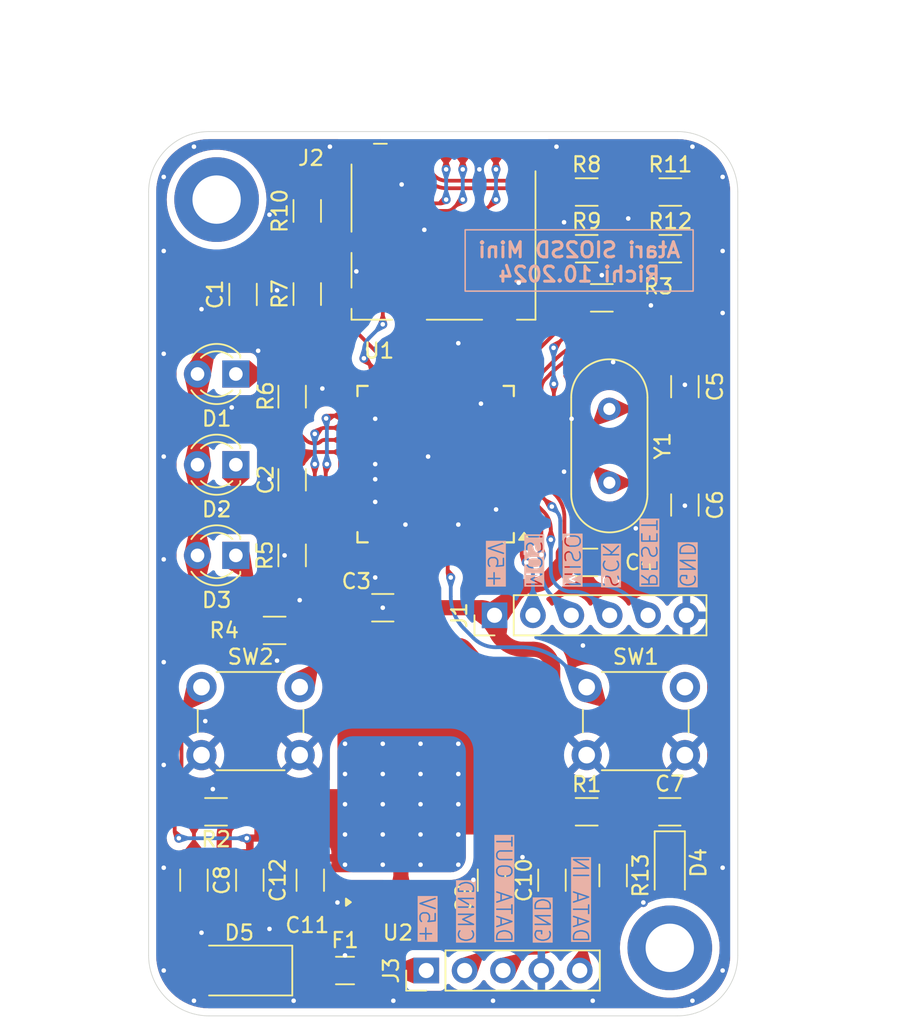
<source format=kicad_pcb>
(kicad_pcb (version 20240108) (generator "pcbnew") (generator_version "8.0")
  (title_block (title "Atari SIO2SD Mini") (date "2024-10-18") (company "Richi"))
  (layers (0 "F.Cu" signal) (31 "B.Cu" signal) (34 "B.Paste" user) (35 "F.Paste" user) (36 "B.SilkS" user "B.Silkscreen") (37 "F.SilkS" user "F.Silkscreen") (38 "B.Mask" user) (39 "F.Mask" user) (44 "Edge.Cuts" user))
  (net 0 "")
  (net 1 "GNDD")
  (net 2 "+3.3V")
  (net 3 "Net-(U1-XTAL1)")
  (net 4 "Net-(U1-XTAL2)")
  (net 5 "Net-(U1-PB0)")
  (net 6 "Net-(U1-PB4)")
  (net 7 "Net-(D1-K)")
  (net 8 "Net-(D2-K)")
  (net 9 "Net-(D3-K)")
  (net 10 "Net-(D4-A)")
  (net 11 "Net-(D4-K)")
  (net 12 "+5V")
  (net 13 "Net-(J1-Pin_2)")
  (net 14 "Net-(J1-Pin_3)")
  (net 15 "Net-(J1-Pin_4)")
  (net 16 "Net-(J2-DAT3{slash}CD)")
  (net 17 "Net-(J2-CMD)")
  (net 18 "Net-(J2-CLK)")
  (net 21 "Net-(J2-DAT0)")
  (net 22 "Net-(J3-Pin_2)")
  (net 23 "Net-(J3-Pin_3)")
  (net 24 "Net-(J1-Pin_5)")
  (net 25 "Net-(U1-PC5)")
  (net 26 "Net-(U1-PC6)")
  (net 27 "Net-(U1-PC7)")
  (net 44 "Net-(U1-PC2)")
  (net 45 "Net-(U1-PC1)")
  (net 46 "Net-(U1-PC0)")
  (net 47 "Net-(J3-Pin_1)")
  (footprint "Atari_SIO2SD_Mini:SOT-223-3_TabPin2" (layer "F.Cu") (at 147.2 102.35 90)
    (property "Reference" "U2")
    (property "Value" "AMS1117-3.3")
  )
  (footprint "Atari_SIO2SD_Mini:R_1206_3216Metric" (layer "F.Cu") (at 159.5 62.25)
    (property "Reference" "R9")
    (property "Value" "1K8")
  )
  (footprint "Atari_SIO2SD_Mini:R_1206_3216Metric" (layer "F.Cu") (at 160.5 65.5)
    (property "Reference" "R3")
    (property "Value" "10K")
  )
  (footprint "Atari_SIO2SD_Mini:C_1206_3216Metric" (layer "F.Cu") (at 140 77.5375 -90)
    (property "Reference" "C2")
    (property "Value" "100nF")
  )
  (footprint "Atari_SIO2SD_Mini:R_1206_3216Metric" (layer "F.Cu") (at 159.5 99.5)
    (property "Reference" "R1")
    (property "Value" "20K")
  )
  (footprint "Atari_SIO2SD_Mini:R_1206_3216Metric" (layer "F.Cu") (at 141 65.25 90)
    (property "Reference" "R7")
    (property "Value" "1K8")
  )
  (footprint "Atari_SIO2SD_Mini:R_1206_3216Metric" (layer "F.Cu") (at 165.0375 58.5)
    (property "Reference" "R11")
    (property "Value" "3K3")
  )
  (footprint "Atari_SIO2SD_Mini:R_1206_3216Metric" (layer "F.Cu") (at 140 82.5375 90)
    (property "Reference" "R5")
    (property "Value" "220R")
  )
  (footprint "Atari_SIO2SD_Mini:C_1206_3216Metric" (layer "F.Cu") (at 165 99.5)
    (property "Reference" "C7")
    (property "Value" "100nF")
  )
  (footprint "Atari_SIO2SD_Mini:R_1206_3216Metric" (layer "F.Cu") (at 140 72.0375 90)
    (property "Reference" "R6")
    (property "Value" "220R")
  )
  (footprint "Atari_SIO2SD_Mini:Fuse_1206_3216Metric" (layer "F.Cu") (at 143.5 110)
    (property "Reference" "F1")
    (property "Value" "SN050-08")
  )
  (footprint "Atari_SIO2SD_Mini:C_1206_3216Metric" (layer "F.Cu") (at 137.2 104.025 -90)
    (property "Reference" "C12")
    (property "Value" "100nF")
  )
  (footprint "Atari_SIO2SD_Mini:SW_PUSH_6mm_H12mm" (layer "F.Cu") (at 134 91.25)
    (property "Reference" "SW2")
    (property "Value" "K5 (SHIFT)")
  )
  (footprint "Atari_SIO2SD_Mini:D_SOD-123F" (layer "F.Cu") (at 165 103 -90)
    (property "Reference" "D4")
    (property "Value" "SKL16")
  )
  (footprint "Atari_SIO2SD_Mini:microSD_HC_Molex_104031-0811" (layer "F.Cu") (at 150 61.125)
    (property "Reference" "J2")
    (property "Value" "Micro_SD_Card")
  )
  (footprint "Atari_SIO2SD_Mini:R_1206_3216Metric" (layer "F.Cu") (at 141 59.75 90)
    (property "Reference" "R10")
    (property "Value" "3K3")
  )
  (footprint "Atari_SIO2SD_Mini:C_1206_3216Metric" (layer "F.Cu") (at 159.5 83)
    (property "Reference" "C4")
    (property "Value" "100nF")
  )
  (footprint "Atari_SIO2SD_Mini:C_1206_3216Metric" (layer "F.Cu") (at 166 79.205 -90)
    (property "Reference" "C6")
    (property "Value" "22pF")
  )
  (footprint "Atari_SIO2SD_Mini:Crystal_HC49-4H_Vertical" (layer "F.Cu") (at 161 72.85 -90)
    (property "Reference" "Y1")
    (property "Value" "14.31818MHz")
  )
  (footprint "Atari_SIO2SD_Mini:LED_D3.0mm" (layer "F.Cu") (at 136.275 76.5375 180)
    (property "Reference" "D2")
    (property "Value" "Yellow")
  )
  (footprint "Atari_SIO2SD_Mini:C_1206_3216Metric" (layer "F.Cu") (at 166 71.375 90)
    (property "Reference" "C5")
    (property "Value" "22pF")
  )
  (footprint "Atari_SIO2SD_Mini:C_1206_3216Metric" (layer "F.Cu") (at 157.2 104.025 90)
    (property "Reference" "C10")
    (property "Value" "10uF")
  )
  (footprint "Atari_SIO2SD_Mini:TQFP-44_10x10mm_P0.8mm" (layer "F.Cu") (at 149.5 76.5 180)
    (property "Reference" "U1")
    (property "Value" "ATmega32A-A")
  )
  (footprint "Atari_SIO2SD_Mini:R_1206_3216Metric" (layer "F.Cu") (at 138.84 87.5 180)
    (property "Reference" "R4")
    (property "Value" "220R")
  )
  (footprint "Atari_SIO2SD_Mini:LED_D3.0mm" (layer "F.Cu") (at 136.275 82.5375 180)
    (property "Reference" "D3")
    (property "Value" "Red")
  )
  (footprint "Atari_SIO2SD_Mini:SW_PUSH_6mm_H12mm" (layer "F.Cu") (at 159.5 91.25)
    (property "Reference" "SW1")
    (property "Value" "K1 (DRIVE)")
  )
  (footprint "Atari_SIO2SD_Mini:PinHeader_1x06_P2.54mm_Vertical" (layer "F.Cu") (at 153.4 86.5 90)
    (property "Reference" "J1")
    (property "Value" "Programming Connector")
  )
  (footprint "Atari_SIO2SD_Mini:R_1206_3216Metric" (layer "F.Cu") (at 161.25 103.7125 -90)
    (property "Reference" "R13")
    (property "Value" "10K")
  )
  (footprint "Atari_SIO2SD_Mini:R_1206_3216Metric" (layer "F.Cu") (at 159.5 58.5)
    (property "Reference" "R8")
    (property "Value" "1K8")
  )
  (footprint "Atari_SIO2SD_Mini:C_1206_3216Metric" (layer "F.Cu") (at 153.2 104.025 90)
    (property "Reference" "C9")
    (property "Value" "100nF")
  )
  (footprint "Atari_SIO2SD_Mini:R_1206_3216Metric" (layer "F.Cu") (at 165.0375 62.25)
    (property "Reference" "R12")
    (property "Value" "3K3")
  )
  (footprint "Atari_SIO2SD_Mini:C_1206_3216Metric" (layer "F.Cu") (at 146 86 180)
    (property "Reference" "C3")
    (property "Value" "100nF")
  )
  (footprint "Atari_SIO2SD_Mini:R_1206_3216Metric" (layer "F.Cu") (at 134.9625 99.5 180)
    (property "Reference" "R2")
    (property "Value" "20K")
  )
  (footprint "Atari_SIO2SD_Mini:PinHeader_1x05_P2.54mm_Vertical" (layer "F.Cu") (at 148.88 110 90)
    (property "Reference" "J3")
    (property "Value" "SIO Pads")
  )
  (footprint "Atari_SIO2SD_Mini:MountingHole_3.2mm_M3_DIN965_Pad" (layer "F.Cu") (at 135 59)
    (property "Reference" "REF**" (hide yes))
    (property "Value" "MountingHole_3.2mm_M3_DIN965_Pad")
  )
  (footprint "Atari_SIO2SD_Mini:MountingHole_3.2mm_M3_DIN965_Pad" (layer "F.Cu") (at 165 108.5)
    (property "Reference" "REF**" (hide yes))
    (property "Value" "MountingHole_3.2mm_M3_DIN965_Pad")
  )
  (footprint "Atari_SIO2SD_Mini:C_1206_3216Metric" (layer "F.Cu") (at 133.5 104.025 -90)
    (property "Reference" "C8")
    (property "Value" "100nF")
  )
  (footprint "Atari_SIO2SD_Mini:D_SMA" (layer "F.Cu") (at 136.5 110 180)
    (property "Reference" "D5")
    (property "Value" "P4SMAJ5.0A")
  )
  (footprint "Atari_SIO2SD_Mini:LED_D3.0mm" (layer "F.Cu") (at 136.275 70.5375 180)
    (property "Reference" "D1")
    (property "Value" "Green")
  )
  (footprint "Atari_SIO2SD_Mini:C_1206_3216Metric" (layer "F.Cu") (at 136.75 65.275 90)
    (property "Reference" "C1")
    (property "Value" "100nF")
  )
  (footprint "Atari_SIO2SD_Mini:C_1206_3216Metric" (layer "F.Cu") (at 141.2 104.025 -90)
    (property "Reference" "C11")
    (property "Value" "10uF")
  )
  (gr_arc (start 165.5 54.498427) (mid 168.328427 55.67) (end 169.5 58.498427) (stroke (width 0.05)) (layer "Edge.Cuts"))
  (gr_arc (start 134.5 113) (mid 131.671573 111.828427) (end 130.5 109) (stroke (width 0.05)) (layer "Edge.Cuts"))
  (gr_line (start 141.499999 54.5) (end 158.500001 54.5) (stroke (width 0.05)) (layer "Edge.Cuts"))
  (gr_line (start 134.5 113) (end 165.5 113) (stroke (width 0.05)) (layer "Edge.Cuts"))
  (gr_arc (start 169.5 109) (mid 168.328427 111.828427) (end 165.5 113) (stroke (width 0.05)) (layer "Edge.Cuts"))
  (gr_line (start 130.499996 62.999999) (end 130.5 58.5) (stroke (width 0.05)) (layer "Edge.Cuts"))
  (gr_line (start 169.5 109) (end 169.5 63) (stroke (width 0.05)) (layer "Edge.Cuts"))
  (gr_line (start 130.5 109) (end 130.499996 62.999999) (stroke (width 0.05)) (layer "Edge.Cuts"))
  (gr_line (start 134.5 54.5) (end 141.499999 54.5) (stroke (width 0.05)) (layer "Edge.Cuts"))
  (gr_arc (start 130.5 58.5) (mid 131.671573 55.671573) (end 134.5 54.5) (stroke (width 0.05)) (layer "Edge.Cuts"))
  (gr_line (start 169.5 63) (end 169.5 58.498427) (stroke (width 0.05)) (layer "Edge.Cuts"))
  (gr_line (start 158.500001 54.5) (end 165.5 54.5) (stroke (width 0.05)) (layer "Edge.Cuts"))
  (gr_text "MOSI" (at 155.4005 84.75 -90) (layer "B.SilkS" knockout) (effects (font (size 1 1) (thickness 0.1)) (justify left bottom mirror)))
  (gr_text "GND" (at 155.9605 108.25 -90) (layer "B.SilkS" knockout) (effects (font (size 1 1) (thickness 0.1)) (justify left bottom mirror)))
  (gr_text "MISO" (at 157.9405 84.75 -90) (layer "B.SilkS" knockout) (effects (font (size 1 1) (thickness 0.1)) (justify left bottom mirror)))
  (gr_text "+5V" (at 148.3405 108.25 -90) (layer "B.SilkS" knockout) (effects (font (size 1 1) (thickness 0.1)) (justify left bottom mirror)))
  (gr_text "RESET" (at 163.0205 84.75 -90) (layer "B.SilkS" knockout) (effects (font (size 1 1) (thickness 0.1)) (justify left bottom mirror)))
  (gr_text "+5V" (at 152.8605 84.75 270) (layer "B.SilkS" knockout) (effects (font (size 1 1) (thickness 0.1)) (justify left bottom mirror)))
  (gr_text "CMND" (at 150.8805 108.25 270) (layer "B.SilkS" knockout) (effects (font (size 1 1) (thickness 0.1)) (justify left bottom mirror)))
  (gr_text "DATA OUT" (at 153.4205 108.25 270) (layer "B.SilkS" knockout) (effects (font (size 1 1) (thickness 0.1)) (justify left bottom mirror)))
  (gr_text "SCK" (at 160.4805 84.75 -90) (layer "B.SilkS" knockout) (effects (font (size 1 1) (thickness 0.1)) (justify left bottom mirror)))
  (gr_text "DATA IN" (at 158.5005 108.25 -90) (layer "B.SilkS" knockout) (effects (font (size 1 1) (thickness 0.1)) (justify left bottom mirror)))
  (gr_text "GND" (at 165.5605 84.75 -90) (layer "B.SilkS" knockout) (effects (font (size 1 1) (thickness 0.1)) (justify left bottom mirror)))
  (gr_text_box "Atari SIO2SD Mini\nRichi 10.2024" (start 151.453769 61) (end 166.546231 65.053862) (layer "B.SilkS") (effects (font (size 1 1) (thickness 0.2) (bold yes)) (justify top mirror)) (border yes) (stroke (width 0.1)))
  (segment (start 150.170774 68.501769) (end 150.99698 68.501769) (width 0.25) (layer "F.Cu") (net 1))
  (segment (start 148.7 70.3) (end 148.7 70.8) (width 0.25) (layer "F.Cu") (net 1))
  (segment (start 157.146446 76.5) (end 155.2 76.5) (width 0.25) (layer "F.Cu") (net 1))
  (segment (start 145.158578 77.3) (end 143.8 77.3) (width 0.25) (layer "F.Cu") (net 1))
  (segment (start 144.15 72.5) (end 143.8 72.5) (width 0.2) (layer "F.Cu") (net 1))
  (segment (start 147.5 80.5) (end 147.500825 80.500825) (width 0.25) (layer "F.Cu") (net 1))
  (segment (start 143.65 72.5) (end 143.725 72.5) (width 0.25) (layer "F.Cu") (net 1))
  (segment (start 149.053553 69.446446) (end 149.823223 68.676776) (width 0.25) (layer "F.Cu") (net 1))
  (segment (start 149.5 81.694974) (end 149.5 82.2) (width 0.25) (layer "F.Cu") (net 1))
  (segment (start 148.398941 80.501651) (end 147.502818 80.501651) (width 0.25) (layer "F.Cu") (net 1))
  (segment (start 152.395 57) (end 152.395 55.675) (width 0.25) (layer "F.Cu") (net 1))
  (segment (start 158 77) (end 157.75 76.75) (width 0.25) (layer "F.Cu") (net 1))
  (segment (start 145.5 76.5) (end 143.8 76.5) (width 0.25) (layer "F.Cu") (net 1))
  (segment (start 144.747487 72.747487) (end 145.5 73.5) (width 0.2) (layer "F.Cu") (net 1))
  (segment (start 145.5 77.5) (end 145.4 77.4) (width 0.25) (layer "F.Cu") (net 1))
  (segment (start 150.999115 68.500884) (end 151 68.5) (width 0.25) (layer "F.Cu") (net 1))
  (segment (start 143.8 76.5) (end 143.8 77.3) (width 0.25) (layer "F.Cu") (net 1))
  (via (at 144.25 63.75) (size 0.6) (drill 0.3) (layers "F.Cu" "B.Cu") (net 1))
  (via (at 161.25 69.75) (size 0.6) (drill 0.3) (layers "F.Cu" "B.Cu") (net 1))
  (via (at 168.5 110) (size 0.6) (drill 0.3) (layers "F.Cu" "B.Cu") (net 1))
  (via (at 131.5 69.2) (size 0.6) (drill 0.3) (layers "F.Cu" "B.Cu") (net 1))
  (via (at 145.5 76.5) (size 0.6) (drill 0.3) (layers "F.Cu" "B.Cu") (net 1))
  (via (at 135.25 79.5) (size 0.6) (drill 0.3) (layers "F.Cu" "B.Cu") (net 1))
  (via (at 166 71.25) (size 0.6) (drill 0.3) (layers "F.Cu" "B.Cu") (net 1))
  (via (at 133.5 112) (size 0.6) (drill 0.3) (layers "F.Cu" "B.Cu") (net 1))
  (via (at 153.3 112) (size 0.6) (drill 0.3) (layers "F.Cu" "B.Cu") (net 1))
  (via (at 145.5 73.5) (size 0.6) (drill 0.3) (layers "F.Cu" "B.Cu") (net 1))
  (via (at 138.5 60) (size 0.6) (drill 0.3) (layers "F.Cu" "B.Cu") (net 1))
  (via (at 155 64.5) (size 0.6) (drill 0.3) (layers "F.Cu" "B.Cu") (net 1))
  (via (at 131.5 89.6) (size 0.6) (drill 0.3) (layers "F.Cu" "B.Cu") (net 1))
  (via (at 163.75 66) (size 0.6) (drill 0.3) (layers "F.Cu" "B.Cu") (net 1))
  (via (at 134.75 98) (size 0.6) (drill 0.3) (layers "F.Cu" "B.Cu") (net 1))
  (via (at 148.75 61) (size 0.6) (drill 0.3) (layers "F.Cu" "B.Cu") (net 1))
  (via (at 137.75 69) (size 0.6) (drill 0.3) (layers "F.Cu" "B.Cu") (net 1))
  (via (at 138.5 107.25) (size 0.6) (drill 0.3) (layers "F.Cu" "B.Cu") (net 1))
  (via (at 152.5 72.5) (size 0.6) (drill 0.3) (layers "F.Cu" "B.Cu") (net 1))
  (via (at 140.1 112) (size 0.6) (drill 0.3) (layers "F.Cu" "B.Cu") (net 1))
  (via (at 147.25 58) (size 0.6) (drill 0.3) (layers "F.Cu" "B.Cu") (net 1))
  (via (at 159.9 112) (size 0.6) (drill 0.3) (layers "F.Cu" "B.Cu") (net 1))
  (via (at 166.5 55.5) (size 0.6) (drill 0.3) (layers "F.Cu" "B.Cu") (net 1))
  (via (at 131.5 96.4) (size 0.6) (drill 0.3) (layers "F.Cu" "B.Cu") (net 1))
  (via (at 166.5 112) (size 0.6) (drill 0.3) (layers "F.Cu" "B.Cu") (net 1))
  (via (at 168.5 62.4) (size 0.6) (drill 0.3) (layers "F.Cu" "B.Cu") (net 1))
  (via (at 134 107.5) (size 0.6) (drill 0.3) (layers "F.Cu" "B.Cu") (net 1))
  (via (at 136 72.75) (size 0.6) (drill 0.3) (layers "F.Cu" "B.Cu") (net 1))
  (via (at 142 71.5) (size 0.6) (drill 0.3) (layers "F.Cu" "B.Cu") (net 1))
  (via (at 158 60.5) (size 0.6) (drill 0.3) (layers "F.Cu" "B.Cu") (net 1))
  (via (at 168.5 103.2) (size 0.6) (drill 0.3) (layers "F.Cu" "B.Cu") (net 1))
  (via (at 155.25 102.5) (size 0.6) (drill 0.3) (layers "F.Cu" "B.Cu") (net 1))
  (via (at 159.25 88.5) (size 0.6) (drill 0.3) (layers "F.Cu" "B.Cu") (net 1))
  (via (at 138.5 77.5) (size 0.6) (drill 0.3) (layers "F.Cu" "B.Cu") (net 1))
  (via (at 143.5 109) (size 0.6) (drill 0.3) (layers "F.Cu" "B.Cu") (net 1))
  (via (at 145.5 84) (size 0.6) (drill 0.3) (layers "F.Cu" "B.Cu") (net 1))
  (via (at 142.5 55.5) (size 0.6) (drill 0.3) (layers "F.Cu" "B.Cu") (net 1))
  (via (at 146 86) (size 0.6) (drill 0.3) (layers "F.Cu" "B.Cu") (net 1))
  (via (at 140.5 85.5) (size 0.6) (drill 0.3) (layers "F.Cu" "B.Cu") (net 1))
  (via (at 146.7 112) (size 0.6) (drill 0.3) (layers "F.Cu" "B.Cu") (net 1))
  (via (at 162.75 80.75) (size 0.6) (drill 0.3) (layers "F.Cu" "B.Cu") (net 1))
  (via (at 163.25 105.5) (size 0.6) (drill 0.3) (layers "F.Cu" "B.Cu") (net 1))
  (via (at 139.5 82.5375) (size 0.6) (drill 0.3) (layers "F.Cu" "B.Cu") (net 1))
  (via (at 143 105.5) (size 0.6) (drill 0.3) (layers "F.Cu" "B.Cu") (net 1))
  (via (at 139 89.5) (size 0.6) (drill 0.3) (layers "F.Cu" "B.Cu") (net 1))
  (via (at 168.5 66.5) (size 0.6) (drill 0.3) (layers "F.Cu" "B.Cu") (net 1))
  (via (at 160.5 64) (size 0.6) (drill 0.3) (layers "F.Cu" "B.Cu") (net 1))
  (via (at 134.25 93.5) (size 0.6) (drill 0.3) (layers "F.Cu" "B.Cu") (net 1))
  (via (at 145.5 79) (size 0.6) (drill 0.3) (layers "F.Cu" "B.Cu") (net 1))
  (via (at 134 66.25) (size 0.6) (drill 0.3) (layers "F.Cu" "B.Cu") (net 1))
  (via (at 131.5 62.4) (size 0.6) (drill 0.3) (layers "F.Cu" "B.Cu") (net 1))
  (via (at 158.5 73.5) (size 0.6) (drill 0.3) (layers "F.Cu" "B.Cu") (net 1))
  (via (at 157.5 55.5) (size 0.6) (drill 0.3) (layers "F.Cu" "B.Cu") (net 1))
  (via (at 131.5 82.8) (size 0.6) (drill 0.3) (layers "F.Cu" "B.Cu") (net 1))
  (via (at 158 77) (size 0.6) (drill 0.3) (layers "F.Cu" "B.Cu") (net 1))
  (via (at 152.395 57) (size 0.6) (drill 0.3) (layers "F.Cu" "B.Cu") (net 1))
  (via (at 168.5 57.5) (size 0.6) (drill 0.3) (layers "F.Cu" "B.Cu") (net 1))
  (via (at 131.5 76) (size 0.6) (drill 0.3) (layers "F.Cu" "B.Cu") (net 1))
  (via (at 131.5 110) (size 0.6) (drill 0.3) (layers "F.Cu" "B.Cu") (net 1))
  (via (at 133.5 55.5) (size 0.6) (drill 0.3) (layers "F.Cu" "B.Cu") (net 1))
  (via (at 153.5 79.5) (size 0.6) (drill 0.3) (layers "F.Cu" "B.Cu") (net 1))
  (via (at 151 80.5) (size 0.6) (drill 0.3) (layers "F.Cu" "B.Cu") (net 1))
  (via (at 145.5 77.5) (size 0.6) (drill 0.3) (layers "F.Cu" "B.Cu") (net 1))
  (via (at 151 68.5) (size 0.6) (drill 0.3) (layers "F.Cu" "B.Cu") (net 1))
  (via (at 149 76) (size 0.6) (drill 0.3) (layers "F.Cu" "B.Cu") (net 1))
  (via (at 139 65) (size 0.6) (drill 0.3) (layers "F.Cu" "B.Cu") (net 1))
  (via (at 152 104) (size 0.6) (drill 0.3) (layers "F.Cu" "B.Cu") (net 1))
  (via (at 147.5 80.5) (size 0.6) (drill 0.3) (layers "F.Cu" "B.Cu") (net 1))
  (via (at 166 79.25) (size 0.6) (drill 0.3) (layers "F.Cu" "B.Cu") (net 1))
  (via (at 131.5 103.2) (size 0.6) (drill 0.3) (layers "F.Cu" "B.Cu") (net 1))
  (via (at 162.25 60.25) (size 0.6) (drill 0.3) (layers "F.Cu" "B.Cu") (net 1))
  (via (at 131.5 57.5) (size 0.6) (drill 0.3) (layers "F.Cu" "B.Cu") (net 1))
  (arc (start 144.747487 72.747487) (mid 144.473357 72.564319) (end 144.15 72.5) (width 0.2) (layer "F.Cu") (net 1))
  (arc (start 149.5 81.694974) (mid 149.409037 81.237677) (end 149.15 80.85) (width 0.25) (layer "F.Cu") (net 1))
  (arc (start 157.146446 76.5) (mid 157.473087 76.564972) (end 157.75 76.75) (width 0.25) (layer "F.Cu") (net 1))
  (arc (start 148.7 70.3) (mid 148.791885 69.83806) (end 149.053553 69.446446) (width 0.25) (layer "F.Cu") (net 1))
  (arc (start 145.158578 77.3) (mid 145.289234 77.325989) (end 145.4 77.4) (width 0.25) (layer "F.Cu") (net 1))
  (arc (start 148.398941 80.501651) (mid 148.805313 80.609764) (end 149.15 80.85) (width 0.25) (layer "F.Cu") (net 1))
  (arc (start 143.65 72.5) (mid 143.511417 72.472434) (end 143.393933 72.393933) (width 0.25) (layer "F.Cu") (net 1))
  (arc (start 143.8 72.425) (mid 143.778033 72.478033) (end 143.725 72.5) (width 0.25) (layer "F.Cu") (net 1))
  (arc (start 150.170774 68.501769) (mid 149.983052 68.562232) (end 149.823223 68.676776) (width 0.25) (layer "F.Cu") (net 1))
  (arc (start 150.999115 68.500884) (mid 150.998135 68.501538) (end 150.99698 68.501769) (width 0.25) (layer "F.Cu") (net 1))
  (arc (start 147.500825 80.500825) (mid 147.501739 80.501436) (end 147.502818 80.501651) (width 0.25) (layer "F.Cu") (net 1))
  (segment (start 132.45 64.3) (end 133.1875 63.5625) (width 0.25) (layer "F.Cu") (net 2))
  (segment (start 143.003963 59.25) (end 149.823223 59.25) (width 0.25) (layer "F.Cu") (net 2))
  (segment (start 139.156207 60.843792) (end 138.399048 61.600951) (width 0.25) (layer "F.Cu") (net 2))
  (segment (start 135.625 62.75) (end 135.149048 62.75) (width 0.25) (layer "F.Cu") (net 2))
  (segment (start 150.195 57) (end 150.195 55.71389) (width 0.25) (layer "F.Cu") (net 2))
  (segment (start 132.225 64.843101) (end 132.225 100.780545) (width 0.25) (layer "F.Cu") (net 2))
  (segment (start 150.125 59.125) (end 150.25 59) (width 0.25) (layer "F.Cu") (net 2))
  (segment (start 150.2225 55.7025) (end 150.25 55.73) (width 0.25) (layer "F.Cu") (net 2))
  (segment (start 147.2 105.5) (end 147.2 99.2) (width 1) (layer "F.Cu") (net 2))
  (segment (start 137.2 101.591421) (end 137.2 102.55) (width 0.25) (layer "F.Cu") (net 2))
  (segment (start 132.5 101.25) (end 132.3625 101.1125) (width 0.25) (layer "F.Cu") (net 2))
  (segment (start 137.1 101.35) (end 137 101.25) (width 0.25) (layer "F.Cu") (net 2))
  (via (at 146 99) (size 0.6) (drill 0.3) (layers "F.Cu" "B.Cu") (net 2))
  (via (at 148.5 99) (size 0.6) (drill 0.3) (layers "F.Cu" "B.Cu") (net 2))
  (via (at 151 99) (size 0.6) (drill 0.3) (layers "F.Cu" "B.Cu") (net 2))
  (via (at 132.5 101.25) (size 0.6) (drill 0.3) (layers "F.Cu" "B.Cu") (net 2))
  (via (at 151 103) (size 0.6) (drill 0.3) (layers "F.Cu" "B.Cu") (net 2))
  (via (at 148.5 101) (size 0.6) (drill 0.3) (layers "F.Cu" "B.Cu") (net 2))
  (via (at 151 95) (size 0.6) (drill 0.3) (layers "F.Cu" "B.Cu") (net 2))
  (via (at 151 101) (size 0.6) (drill 0.3) (layers "F.Cu" "B.Cu") (net 2))
  (via (at 137 101.25) (size 0.6) (drill 0.3) (layers "F.Cu" "B.Cu") (net 2))
  (via (at 146 95) (size 0.6) (drill 0.3) (layers "F.Cu" "B.Cu") (net 2))
  (via (at 150.195 57) (size 0.6) (drill 0.3) (layers "F.Cu" "B.Cu") (net 2))
  (via (at 148.5 97) (size 0.6) (drill 0.3) (layers "F.Cu" "B.Cu") (net 2))
  (via (at 143.5 103) (size 0.6) (drill 0.3) (layers "F.Cu" "B.Cu") (net 2))
  (via (at 143.5 99) (size 0.6) (drill 0.3) (layers "F.Cu" "B.Cu") (net 2))
  (via (at 148.5 95) (size 0.6) (drill 0.3) (layers "F.Cu" "B.Cu") (net 2))
  (via (at 146 103) (size 0.6) (drill 0.3) (layers "F.Cu" "B.Cu") (net 2))
  (via (at 143.5 95) (size 0.6) (drill 0.3) (layers "F.Cu" "B.Cu") (net 2))
  (via (at 151 97) (size 0.6) (drill 0.3) (layers "F.Cu" "B.Cu") (net 2))
  (via (at 146 101) (size 0.6) (drill 0.3) (layers "F.Cu" "B.Cu") (net 2))
  (via (at 148.5 103) (size 0.6) (drill 0.3) (layers "F.Cu" "B.Cu") (net 2))
  (via (at 146 97) (size 0.6) (drill 0.3) (layers "F.Cu" "B.Cu") (net 2))
  (via (at 150.195 59) (size 0.6) (drill 0.3) (layers "F.Cu" "B.Cu") (net 2))
  (via (at 143.5 101) (size 0.6) (drill 0.3) (layers "F.Cu" "B.Cu") (net 2))
  (via (at 143.5 97) (size 0.6) (drill 0.3) (layers "F.Cu" "B.Cu") (net 2))
  (arc (start 150.125 59.125) (mid 149.986543 59.217513) (end 149.823223 59.25) (width 0.25) (layer "F.Cu") (net 2))
  (arc (start 135.149048 62.75) (mid 134.087465 62.961161) (end 133.1875 63.5625) (width 0.25) (layer "F.Cu") (net 2))
  (arc (start 139.156207 60.843792) (mid 140.921572 59.664213) (end 143.003963 59.25) (width 0.25) (layer "F.Cu") (net 2))
  (arc (start 137.1 101.35) (mid 137.17401 101.460764) (end 137.2 101.591421) (width 0.25) (layer "F.Cu") (net 2))
  (arc (start 135.625 62.75) (mid 137.126304 62.451371) (end 138.399048 61.600951) (width 0.25) (layer "F.Cu") (net 2))
  (arc (start 132.45 64.3) (mid 132.283459 64.549213) (end 132.225 64.843101) (width 0.25) (layer "F.Cu") (net 2))
  (arc (start 150.2225 55.7025) (mid 150.204944 55.699007) (end 150.195 55.71389) (width 0.25) (layer "F.Cu") (net 2))
  (arc (start 132.3625 101.1125) (mid 132.260735 100.960197) (end 132.225 100.780545) (width 0.25) (layer "F.Cu") (net 2))
  (segment (start 150.195 57) (end 150.195 59) (width 0.25) (layer "B.Cu") (net 2))
  (segment (start 132.5 101.25) (end 137 101.25) (width 0.25) (layer "B.Cu") (net 2))
  (segment (start 161 72.85) (end 159.975 73.875) (width 0.25) (layer "F.Cu") (net 3))
  (segment (start 157.500431 74.9) (end 155.2 74.9) (width 0.25) (layer "F.Cu") (net 3))
  (segment (start 161 72.85) (end 166 72.85) (width 0.25) (layer "F.Cu") (net 3))
  (arc (start 159.975 73.875) (mid 158.839658 74.633611) (end 157.500431 74.9) (width 0.25) (layer "F.Cu") (net 3))
  (segment (start 161 77.73) (end 166 77.73) (width 0.25) (layer "F.Cu") (net 4))
  (segment (start 157.534573 75.7) (end 155.2 75.7) (width 0.25) (layer "F.Cu") (net 4))
  (segment (start 159.985 76.715) (end 161 77.73) (width 0.25) (layer "F.Cu") (net 4))
  (arc (start 159.985 76.715) (mid 158.860734 75.963789) (end 157.534573 75.7) (width 0.25) (layer "F.Cu") (net 4))
  (segment (start 150.3 83.658578) (end 150.3 82.2) (width 0.25) (layer "F.Cu") (net 5))
  (segment (start 161.2375 94.17342) (end 161.2375 99.030545) (width 0.25) (layer "F.Cu") (net 5))
  (segment (start 150.5 84) (end 150.4 83.9) (width 0.25) (layer "F.Cu") (net 5))
  (segment (start 161.156954 99.5) (end 163.525 99.5) (width 0.25) (layer "F.Cu") (net 5))
  (segment (start 160.38125 92.10625) (end 159.525 91.25) (width 0.25) (layer "F.Cu") (net 5))
  (via (at 150.5 84) (size 0.6) (drill 0.3) (layers "F.Cu" "B.Cu") (net 5))
  (arc (start 160.38125 92.10625) (mid 161.014967 93.054675) (end 161.2375 94.17342) (width 0.25) (layer "F.Cu") (net 5))
  (arc (start 150.4 83.9) (mid 150.325989 83.789234) (end 150.3 83.658578) (width 0.25) (layer "F.Cu") (net 5))
  (arc (start 161.1 99.3625) (mid 161.201764 99.210197) (end 161.2375 99.030545) (width 0.25) (layer "F.Cu") (net 5))
  (arc (start 161.156954 99.5) (mid 161.082539 99.450277) (end 161.1 99.3625) (width 0.25) (layer "F.Cu") (net 5))
  (segment (start 158.057947 89.807947) (end 159.5 91.25) (width 0.25) (layer "B.Cu") (net 5))
  (segment (start 150.5 84) (end 150.5 85.25) (width 0.25) (layer "B.Cu") (net 5))
  (segment (start 151.998191 87.998191) (end 151.383883 87.383883) (width 0.25) (layer "B.Cu") (net 5))
  (segment (start 155.171881 88.6125) (end 153.481263 88.6125) (width 0.25) (layer "B.Cu") (net 5))
  (arc (start 151.998191 87.998191) (mid 152.67863 88.452846) (end 153.481263 88.6125) (width 0.25) (layer "B.Cu") (net 5))
  (arc (start 150.5 85.25) (mid 150.729713 86.404849) (end 151.383883 87.383883) (width 0.25) (layer "B.Cu") (net 5))
  (arc (start 155.171881 88.6125) (mid 156.733808 88.923186) (end 158.057947 89.807947) (width 0.25) (layer "B.Cu") (net 5))
  (segment (start 133.0875 99.0875) (end 133.5 99.5) (width 0.25) (layer "F.Cu") (net 6))
  (segment (start 141.125 90.625) (end 140.5 91.25) (width 0.2) (layer "F.Cu") (net 6))
  (segment (start 150.512563 79.5) (end 148.828963 79.5) (width 0.2) (layer "F.Cu") (net 6))
  (segment (start 153.164124 80.914124) (end 152.625 80.375) (width 0.2) (layer "F.Cu") (net 6))
  (segment (start 144.122531 81.952467) (end 144.981207 81.093792) (width 0.2) (layer "F.Cu") (net 6))
  (segment (start 132.675 98.091636) (end 132.675 93.511916) (width 0.25) (layer "F.Cu") (net 6))
  (segment (start 153.5 81.725) (end 153.5 82.2) (width 0.2) (layer "F.Cu") (net 6))
  (segment (start 133.3375 91.9125) (end 134 91.25) (width 0.25) (layer "F.Cu") (net 6))
  (segment (start 141.75 88.383883) (end 141.75 89.116116) (width 0.2) (layer "F.Cu") (net 6))
  (segment (start 133.5 99.853553) (end 133.5 102.55) (width 0.25) (layer "F.Cu") (net 6))
  (segment (start 143 85.366116) (end 143 84.6625) (width 0.2) (layer "F.Cu") (net 6))
  (arc (start 132.675 93.511916) (mid 132.847178 92.646318) (end 133.3375 91.9125) (width 0.25) (layer "F.Cu") (net 6))
  (arc (start 150.512563 79.5) (mid 151.655805 79.727405) (end 152.625 80.375) (width 0.2) (layer "F.Cu") (net 6))
  (arc (start 144.981207 81.093792) (mid 146.746572 79.914213) (end 148.828963 79.5) (width 0.2) (layer "F.Cu") (net 6))
  (arc (start 141.125 90.625) (mid 141.587567 89.932718) (end 141.75 89.116116) (width 0.2) (layer "F.Cu") (net 6))
  (arc (start 132.675 98.091636) (mid 132.782205 98.630593) (end 133.0875 99.0875) (width 0.25) (layer "F.Cu") (net 6))
  (arc (start 143 85.366116) (mid 142.837567 86.182718) (end 142.375 86.875) (width 0.2) (layer "F.Cu") (net 6))
  (arc (start 141.75 88.383883) (mid 141.912432 87.567281) (end 142.375 86.875) (width 0.2) (layer "F.Cu") (net 6))
  (arc (start 144.122531 81.952467) (mid 143.291736 83.19584) (end 143 84.6625) (width 0.2) (layer "F.Cu") (net 6))
  (arc (start 153.164124 80.914124) (mid 153.412708 81.286157) (end 153.5 81.725) (width 0.2) (layer "F.Cu") (net 6))
  (segment (start 139.935983 70.5375) (end 136.275 70.5375) (width 0.25) (layer "F.Cu") (net 7))
  (segment (start 139.98125 70.55625) (end 140 70.575) (width 0.25) (layer "F.Cu") (net 7))
  (arc (start 139.935983 70.5375) (mid 139.960481 70.542372) (end 139.98125 70.55625) (width 0.25) (layer "F.Cu") (net 7))
  (segment (start 136.275 77.65625) (end 136.275 76.5375) (width 0.25) (layer "F.Cu") (net 8))
  (segment (start 139.2875 81.075) (end 140 81.075) (width 0.25) (layer "F.Cu") (net 8))
  (segment (start 138.071186 80.571186) (end 137.066075 79.566075) (width 0.25) (layer "F.Cu") (net 8))
  (arc (start 138.071186 80.571186) (mid 138.629235 80.944063) (end 139.2875 81.075) (width 0.25) (layer "F.Cu") (net 8))
  (arc (start 137.066075 79.566075) (mid 136.480593 78.68984) (end 136.275 77.65625) (width 0.25) (layer "F.Cu") (net 8))
  (segment (start 137.3775 84.419585) (end 137.3775 87.5) (width 0.25) (layer "F.Cu") (net 9))
  (segment (start 136.82625 83.08875) (end 136.275 82.5375) (width 0.25) (layer "F.Cu") (net 9))
  (arc (start 136.82625 83.08875) (mid 137.234234 83.699342) (end 137.3775 84.419585) (width 0.25) (layer "F.Cu") (net 9))
  (segment (start 159.04 109.355) (end 159.04 109.773669) (width 0.25) (layer "F.Cu") (net 10))
  (segment (start 162.705069 104.79493) (end 162.7125 104.7875) (width 0.25) (layer "F.Cu") (net 10))
  (segment (start 159.200039 109.83996) (end 159.360079 109.679921) (width 0.25) (layer "F.Cu") (net 10))
  (segment (start 159.496083 108.253915) (end 160.031541 107.718458) (width 0.25) (layer "F.Cu") (net 10))
  (segment (start 161.7875 105.175) (end 161.78033 105.175) (width 0.25) (layer "F.Cu") (net 10))
  (segment (start 163.648007 104.4) (end 165 104.4) (width 0.25) (layer "F.Cu") (net 10))
  (segment (start 160.5 106.5875) (end 160.5 106.45533) (width 0.25) (layer "F.Cu") (net 10))
  (arc (start 161.78033 105.175) (mid 161.290368 105.272459) (end 160.875 105.55) (width 0.25) (layer "F.Cu") (net 10))
  (arc (start 160.875 105.55) (mid 160.597459 105.965368) (end 160.5 106.45533) (width 0.25) (layer "F.Cu") (net 10))
  (arc (start 162.705069 104.79493) (mid 162.284085 105.076223) (end 161.7875 105.175) (width 0.25) (layer "F.Cu") (net 10))
  (arc (start 159.04 109.773669) (mid 159.097872 109.860282) (end 159.200039 109.83996) (width 0.25) (layer "F.Cu") (net 10))
  (arc (start 163.648007 104.4) (mid 163.141714 104.500707) (end 162.7125 104.7875) (width 0.25) (layer "F.Cu") (net 10))
  (arc (start 160.5 106.5875) (mid 160.378251 107.19957) (end 160.031541 107.718458) (width 0.25) (layer "F.Cu") (net 10))
  (arc (start 159.496083 108.253915) (mid 159.158532 108.759097) (end 159.04 109.355) (width 0.25) (layer "F.Cu") (net 10))
  (segment (start 157.138766 70.497625) (end 157.131967 70.504426) (width 0.25) (layer "F.Cu") (net 11))
  (segment (start 167.6 99.978248) (end 167.6 69.171751) (width 0.25) (layer "F.Cu") (net 11))
  (segment (start 157.168089 70.468301) (end 157.168514 70.467877) (width 0.25) (layer "F.Cu") (net 11))
  (segment (start 157.17659 70.459804) (end 157.17574 70.460653) (width 0.25) (layer "F.Cu") (net 11))
  (segment (start 157.131117 70.505276) (end 157.122618 70.513775) (width 0.25) (layer "F.Cu") (net 11))
  (segment (start 157.168089 70.468301) (end 157.16554 70.470851) (width 0.25) (layer "F.Cu") (net 11))
  (segment (start 157.170214 70.466177) (end 157.168514 70.467877) (width 0.25) (layer "F.Cu") (net 11))
  (segment (start 157.138766 70.497625) (end 157.141316 70.495076) (width 0.25) (layer "F.Cu") (net 11))
  (segment (start 157.122618 70.513775) (end 157.114119 70.522274) (width 0.25) (layer "F.Cu") (net 11))
  (segment (start 155.987867 73.3) (end 155.2 73.3) (width 0.25) (layer "F.Cu") (net 11))
  (segment (start 157.068223 70.568172) (end 156.771565 70.864838) (width 0.25) (layer "F.Cu") (net 11))
  (segment (start 157.175314 70.461078) (end 157.17574 70.460653) (width 0.25) (layer "F.Cu") (net 11))
  (segment (start 157.131967 70.504426) (end 157.131117 70.505276) (width 0.25) (layer "F.Cu") (net 11))
  (segment (start 157.09542 70.540973) (end 157.068223 70.568172) (width 0.25) (layer "F.Cu") (net 11))
  (segment (start 157.177015 70.45938) (end 157.17659 70.459804) (width 0.25) (layer "F.Cu") (net 11))
  (segment (start 157.144717 70.491674) (end 157.143017 70.493375) (width 0.25) (layer "F.Cu") (net 11))
  (segment (start 157.113694 70.5227) (end 157.104345 70.532049) (width 0.25) (layer "F.Cu") (net 11))
  (segment (start 157.143017 70.493375) (end 157.141316 70.495076) (width 0.25) (layer "F.Cu") (net 11))
  (segment (start 157.09542 70.540973) (end 157.104345 70.532049) (width 0.25) (layer "F.Cu") (net 11))
  (segment (start 157.175314 70.461078) (end 157.173615 70.462777) (width 0.25) (layer "F.Cu") (net 11))
  (segment (start 157.173615 70.462777) (end 157.171915 70.464477) (width 0.25) (layer "F.Cu") (net 11))
  (segment (start 156.5 71.520466) (end 156.5 72.787867) (width 0.25) (layer "F.Cu") (net 11))
  (segment (start 166.878248 68.45) (end 162.028092 68.45) (width 0.25) (layer "F.Cu") (net 11))
  (segment (start 157.171915 70.464477) (end 157.170214 70.466177) (width 0.25) (layer "F.Cu") (net 11))
  (segment (start 165.978248 101.6) (end 165 101.6) (width 0.25) (layer "F.Cu") (net 11))
  (segment (start 157.114119 70.522274) (end 157.113694 70.5227) (width 0.25) (layer "F.Cu") (net 11))
  (segment (start 157.16554 70.470851) (end 157.144717 70.491674) (width 0.25) (layer "F.Cu") (net 11))
  (arc (start 167.388604 68.661396) (mid 167.545059 68.895548) (end 167.6 69.171751) (width 0.25) (layer "F.Cu") (net 11))
  (arc (start 156.35 73.15) (mid 156.461016 72.983852) (end 156.5 72.787867) (width 0.25) (layer "F.Cu") (net 11))
  (arc (start 167.6 99.978248) (mid 167.476551 100.598865) (end 167.125 101.125) (width 0.25) (layer "F.Cu") (net 11))
  (arc (start 157.177015 70.45938) (mid 159.402708 68.972221) (end 162.028092 68.45) (width 0.25) (layer "F.Cu") (net 11))
  (arc (start 156.35 73.15) (mid 156.183852 73.261016) (end 155.987867 73.3) (width 0.25) (layer "F.Cu") (net 11))
  (arc (start 166.878248 68.45) (mid 167.15445 68.50494) (end 167.388604 68.661396) (width 0.25) (layer "F.Cu") (net 11))
  (arc (start 156.5 71.520466) (mid 156.570577 71.165644) (end 156.771565 70.864838) (width 0.25) (layer "F.Cu") (net 11))
  (arc (start 167.125 101.125) (mid 166.598865 101.476551) (end 165.978248 101.6) (width 0.25) (layer "F.Cu") (net 11))
  (segment (start 138.5 110) (end 139.75 108.75) (width 1) (layer "F.Cu") (net 12))
  (segment (start 133.735 70.92375) (end 133.735 70.566096) (width 1) (layer "F.Cu") (net 12))
  (segment (start 146.902512 72.5) (end 148.305025 72.5) (width 0.25) (layer "F.Cu") (net 12))
  (segment (start 133.735 76.5375) (end 133.735 75.901104) (width 1) (layer "F.Cu") (net 12))
  (segment (start 139.737436 68.5) (end 140 68.5) (width 0.25) (layer "F.Cu") (net 12))
  (segment (start 152.558536 69.725) (end 149.841421 69.725) (width 0.25) (layer "F.Cu") (net 12))
  (segment (start 133.735 70.308729) (end 133.735 70.262974) (width 1) (layer "F.Cu") (net 12))
  (segment (start 133.735 76.5375) (end 133.735 75.901104) (width 1) (layer "F.Cu") (net 12))
  (segment (start 153.2 105.5) (end 149.5 105.5) (width 1) (layer "F.Cu") (net 12))
  (segment (start 158.484375 99.946875) (end 158.590625 100.053125) (width 1) (layer "F.Cu") (net 12))
  (segment (start 133.735 70.566096) (end 133.735 70.623288) (width 1) (layer "F.Cu") (net 12))
  (segment (start 158.21875 99.68125) (end 158.43125 99.89375) (width 1) (layer "F.Cu") (net 12))
  (segment (start 133.735 82.5375) (end 133.735 76.5375) (width 1) (layer "F.Cu") (net 12))
  (segment (start 156.005025 107.5) (end 142.767766 107.5) (width 1) (layer "F.Cu") (net 12))
  (segment (start 136.425 99.172963) (end 136.425 91.827117) (width 1) (layer "F.Cu") (net 12))
  (segment (start 155.277817 88.75) (end 155.969669 88.75) (width 1) (layer "F.Cu") (net 12))
  (segment (start 133.735 70.15125) (end 133.735 70.508904) (width 1) (layer "F.Cu") (net 12))
  (segment (start 148.7 83.908794) (end 148.7 82.2) (width 0.25) (layer "F.Cu") (net 12))
  (segment (start 157.2 106.305025) (end 157.2 105.6) (width 1) (layer "F.Cu") (net 12))
  (segment (start 136.75 66.75) (end 137.625 67.625) (width 0.25) (layer "F.Cu") (net 12))
  (segment (start 136.431975 107.931975) (end 138.5 110) (width 1) (layer "F.Cu") (net 12))
  (segment (start 133.735 70.623288) (end 133.735 70.657603) (width 1) (layer "F.Cu") (net 12))
  (segment (start 133.735 70.697638) (end 133.735 70.743391) (width 1) (layer "F.Cu") (net 12))
  (segment (start 159.25 101.569866) (end 159.25 101.98125) (width 1) (layer "F.Cu") (net 12))
  (segment (start 149.5 70.066421) (end 149.5 71.305025) (width 0.25) (layer "F.Cu") (net 12))
  (segment (start 133.735 70.697638) (end 133.735 70.680481) (width 1) (layer "F.Cu") (net 12))
  (segment (start 142.56066 69.56066) (end 144.508273 71.508273) (width 0.25) (layer "F.Cu") (net 12))
  (segment (start 155.7 77.3) (end 155.2 77.3) (width 0.25) (layer "F.Cu") (net 12))
  (segment (start 133.735 70.308729) (end 133.735 70.400239) (width 1) (layer "F.Cu") (net 12))
  (segment (start 133.735 70.743391) (end 133.735 70.789144) (width 1) (layer "F.Cu") (net 12))
  (segment (start 133.735 70.669042) (end 133.735 70.680481) (width 1) (layer "F.Cu") (net 12))
  (segment (start 159.25 101.98125) (end 159.384375 102.115625) (width 1) (layer "F.Cu") (net 12))
  (segment (start 133.735 70.566096) (end 133.735 70.508904) (width 1) (layer "F.Cu") (net 12))
  (segment (start 138.5 110) (end 142.1 110) (width 1) (layer "F.Cu") (net 12))
  (segment (start 133.735 70.657603) (end 133.735 70.669042) (width 1) (layer "F.Cu") (net 12))
  (segment (start 157.2 105.4) (end 157.2 105.6) (width 1) (layer "F.Cu") (net 12))
  (segment (start 158.025 83) (end 156.922747 84.102252) (width 1) (layer "F.Cu") (net 12))
  (segment (start 158.484375 99.946875) (end 158.43125 99.89375) (width 1) (layer "F.Cu") (net 12))
  (segment (start 136.75 66.75) (end 134.008119 69.49188) (width 1) (layer "F.Cu") (net 12))
  (segment (start 133.735 75.805438) (end 133.735 76.5375) (width 1) (layer "F.Cu") (net 12))
  (segment (start 133.735 82.5375) (end 133.735 85.332882) (width 1) (layer "F.Cu") (net 12))
  (segment (start 133.735 70.834897) (end 133.735 70.926407) (width 1) (layer "F.Cu") (net 12))
  (segment (start 135.040438 74.5) (end 137.332645 74.5) (width 1) (layer "F.Cu") (net 12))
  (segment (start 147.475 86) (end 148.0875 85.3875) (width 0.25) (layer "F.Cu") (net 12))
  (segment (start 157.25 90.03033) (end 157.25 98.155653) (width 1) (layer "F.Cu") (net 12))
  (segment (start 140.618826 75.7) (end 143.8 75.7) (width 0.25) (layer "F.Cu") (net 12))
  (segment (start 133.735 70.789144) (end 133.735 70.834897) (width 1) (layer "F.Cu") (net 12))
  (segment (start 157.27071 105.229289) (end 158.352858 104.147141) (width 1) (layer "F.Cu") (net 12))
  (segment (start 133.735 70.508904) (end 133.735 70.566096) (width 1) (layer "F.Cu") (net 12))
  (segment (start 147.475 86) (end 152.546446 86) (width 1) (layer "F.Cu") (net 12))
  (segment (start 156.553553 77.653553) (end 157.392932 78.492932) (width 0.25) (layer "F.Cu") (net 12))
  (segment (start 153.806586 88.056586) (end 153.95 88.2) (width 1) (layer "F.Cu") (net 12))
  (segment (start 156.406292 68.131207) (end 159.0375 65.5) (width 0.25) (layer "F.Cu") (net 12))
  (segment (start 135.5 101.079073) (end 135.5 105.681988) (width 1) (layer "F.Cu") (net 12))
  (segment (start 136.19375 99.73125) (end 135.9625 99.9625) (width 1) (layer "F.Cu") (net 12))
  (segment (start 133.735 71.69625) (end 133.735 76.5375) (width 1) (layer "F.Cu") (net 12))
  (segment (start 153.4 86.853553) (end 153.4 87.075) (width 1) (layer "F.Cu") (net 12))
  (segment (start 139.21875 75.28125) (end 139.81875 75.88125) (width 1) (layer "F.Cu") (net 12))
  (segment (start 159.708784 102.25) (end 161.25 102.25) (width 1) (layer "F.Cu") (net 12))
  (segment (start 155.002252 84.897747) (end 153.649999 86.249999) (width 1) (layer "F.Cu") (net 12))
  (segment (start 158.590625 100.053125) (end 158.64375 100.10625) (width 1) (layer "F.Cu") (net 12))
  (segment (start 133.735 70.92375) (end 133.735 71.69625) (width 1) (layer "F.Cu") (net 12))
  (segment (start 133.735 70.400239) (end 133.735 70.508904) (width 1) (layer "F.Cu") (net 12))
  (segment (start 157.64375 99.10625) (end 158.21875 99.68125) (width 1) (layer "F.Cu") (net 12))
  (segment (start 153.2 105.5) (end 157.1 105.5) (width 1) (layer "F.Cu") (net 12))
  (segment (start 158.025 83) (end 158.025 80.018879) (width 0.25) (layer "F.Cu") (net 12))
  (arc (start 156.875 89.125) (mid 156.45963 88.847459) (end 155.969669 88.75) (width 1) (layer "F.Cu") (net 12))
  (arc (start 157.27071 105.229289) (mid 157.218376 105.307611) (end 157.2 105.4) (width 1) (layer "F.Cu") (net 12))
  (arc (start 137.625 67.625) (mid 138.594194 68.272594) (end 139.737436 68.5) (width 0.25) (layer "F.Cu") (net 12))
  (arc (start 133.735 70.566096) (mid 133.735 70.566096) (end 133.735 70.566096) (width 1) (layer "F.Cu") (net 12))
  (arc (start 133.735 76.5375) (mid 133.735 76.5375) (end 133.735 76.5375) (width 1) (layer "F.Cu") (net 12))
  (arc (start 133.735 85.332882) (mid 134.084554 87.090209) (end 135.08 88.58) (width 1) (layer "F.Cu") (net 12))
  (arc (start 135.040438 74.5) (mid 134.540868 74.59937) (end 134.117354 74.882354) (width 1) (layer "F.Cu") (net 12))
  (arc (start 158.025 80.018879) (mid 157.860731 79.193042) (end 157.392932 78.492932) (width 0.25) (layer "F.Cu") (net 12))
  (arc (start 136.425 91.827117) (mid 136.075445 90.069789) (end 135.08 88.58) (width 1) (layer "F.Cu") (net 12))
  (arc (start 159.384375 102.115625) (mid 159.533215 102.215077) (end 159.708784 102.25) (width 1) (layer "F.Cu") (net 12))
  (arc (start 155.7 77.3) (mid 156.161939 77.391885) (end 156.553553 77.653553) (width 0.25) (layer "F.Cu") (net 12))
  (arc (start 157.2 105.6) (mid 157.17071 105.529289) (end 157.1 105.5) (width 1) (layer "F.Cu") (net 12))
  (arc (start 149.6 69.825) (mid 149.710764 69.750989) (end 149.841421 69.725) (width 0.25) (layer "F.Cu") (net 12))
  (arc (start 133.735 75.901104) (mid 133.735 75.901104) (end 133.735 75.901104) (width 1) (layer "F.Cu") (net 12))
  (arc (start 139.21875 75.28125) (mid 138.353397 74.70304) (end 137.332645 74.5) (width 1) (layer "F.Cu") (net 12))
  (arc (start 153.15 86.25) (mid 153.399999 86.353553) (end 153.649999 86.249999) (width 1) (layer "F.Cu") (net 12))
  (arc (start 136.431975 107.931975) (mid 135.742212 106.899672) (end 135.5 105.681988) (width 1) (layer "F.Cu") (net 12))
  (arc (start 159.25 101.569866) (mid 159.09244 100.777762) (end 158.64375 100.10625) (width 1) (layer "F.Cu") (net 12))
  (arc (start 157.2 106.305025) (mid 157.109037 106.762322) (end 156.85 107.15) (width 1) (layer "F.Cu") (net 12))
  (arc (start 135.5 101.079073) (mid 135.620199 100.474788) (end 135.9625 99.9625) (width 1) (layer "F.Cu") (net 12))
  (arc (start 146.902512 72.5) (mid 145.606759 72.242258) (end 144.508273 71.508273) (width 0.25) (layer "F.Cu") (net 12))
  (arc (start 133.735 70.15125) (mid 133.805981 69.794401) (end 134.008119 69.49188) (width 1) (layer "F.Cu") (net 12))
  (arc (start 140.18125 75.88125) (mid 140 75.956326) (end 139.81875 75.88125) (width 1) (layer "F.Cu") (net 12))
  (arc (start 159.25 101.98125) (mid 159.01684 103.153421) (end 158.352858 104.147141) (width 1) (layer "F.Cu") (net 12))
  (arc (start 156.005025 107.5) (mid 156.462322 107.409037) (end 156.85 107.15) (width 1) (layer "F.Cu") (net 12))
  (arc (start 153.15 86.25) (mid 152.873087 86.064972) (end 152.546446 86) (width 1) (layer "F.Cu") (net 12))
  (arc (start 153.4 87.075) (mid 153.505668 87.60623) (end 153.806586 88.056586) (width 1) (layer "F.Cu") (net 12))
  (arc (start 142.56066 69.56066) (mid 141.385819 68.775656) (end 140 68.5) (width 0.25) (layer "F.Cu") (net 12))
  (arc (start 152.558536 69.725) (mid 154.640926 69.310786) (end 156.406292 68.131207) (width 0.25) (layer "F.Cu") (net 12))
  (arc (start 153.4 86.853553) (mid 153.464972 86.526912) (end 153.649999 86.249999) (width 1) (layer "F.Cu") (net 12))
  (arc (start 155.9625 84.5) (mid 156.482182 84.396628) (end 156.922747 84.102252) (width 1) (layer "F.Cu") (net 12))
  (arc (start 149.6 69.825) (mid 149.525989 69.935764) (end 149.5 70.066421) (width 0.25) (layer "F.Cu") (net 12))
  (arc (start 157.25 90.03033) (mid 157.15254 89.540368) (end 156.875 89.125) (width 1) (layer "F.Cu") (net 12))
  (arc (start 142.767766 107.5) (mid 141.134562 107.824864) (end 139.75 108.75) (width 1) (layer "F.Cu") (net 12))
  (arc (start 153.4 86.853553) (mid 153.335027 86.526912) (end 153.15 86.25) (width 1) (layer "F.Cu") (net 12))
  (arc (start 133.735 70.508904) (mid 133.735 70.508904) (end 133.735 70.508904) (width 1) (layer "F.Cu") (net 12))
  (arc (start 136.19375 99.73125) (mid 136.3649 99.475105) (end 136.425 99.172963) (width 1) (layer "F.Cu") (net 12))
  (arc (start 140.18125 75.88125) (mid 140.382011 75.747105) (end 140.618826 75.7) (width 0.25) (layer "F.Cu") (net 12))
  (arc (start 155.9625 84.5) (mid 155.442817 84.603371) (end 155.002252 84.897747) (width 1) (layer "F.Cu") (net 12))
  (arc (start 148.305025 72.5) (mid 148.762322 72.409037) (end 149.15 72.15) (width 0.25) (layer "F.Cu") (net 12))
  (arc (start 148.7 83.908794) (mid 148.540816 84.709063) (end 148.0875 85.3875) (width 0.25) (layer "F.Cu") (net 12))
  (arc (start 149.5 71.305025) (mid 149.409037 71.762322) (end 149.15 72.15) (width 0.25) (layer "F.Cu") (net 12))
  (arc (start 133.735 75.805438) (mid 133.83437 75.305868) (end 134.117354 74.882354) (width 1) (layer "F.Cu") (net 12))
  (arc (start 157.2 105.4) (mid 157.17071 105.47071) (end 157.1 105.5) (width 1) (layer "F.Cu") (net 12))
  (arc (start 157.25 98.155653) (mid 157.352332 98.670112) (end 157.64375 99.10625) (width 1) (layer "F.Cu") (net 12))
  (arc (start 155.277817 88.75) (mid 154.559207 88.607059) (end 153.95 88.2) (width 1) (layer "F.Cu") (net 12))
  (segment (start 155.5 83) (end 155.35 82.85) (width 0.25) (layer "F.Cu") (net 13))
  (segment (start 155.2 82.487867) (end 155.2 80.5) (width 0.25) (layer "F.Cu") (net 13))
  (via (at 155.5 83) (size 0.6) (drill 0.3) (layers "F.Cu" "B.Cu") (net 13))
  (arc (start 155.2 82.487867) (mid 155.238983 82.683852) (end 155.35 82.85) (width 0.25) (layer "F.Cu") (net 13))
  (segment (start 155.94 83.751126) (end 155.94 86.5) (width 0.25) (layer "B.Cu") (net 13))
  (segment (start 155.5 83) (end 155.72 83.22) (width 0.25) (layer "B.Cu") (net 13))
  (arc (start 155.94 83.751126) (mid 155.882823 83.463682) (end 155.72 83.22) (width 0.25) (layer "B.Cu") (net 13))
  (segment (start 155.755025 79.7) (end 155.2 79.7) (width 0.25) (layer "F.Cu") (net 14))
  (segment (start 156.5 82.5) (end 156.5 80.444974) (width 0.25) (layer "F.Cu") (net 14))
  (via (at 156.5 82.5) (size 0.6) (drill 0.3) (layers "F.Cu" "B.Cu") (net 14))
  (arc (start 155.755025 79.7) (mid 156.040114 79.756707) (end 156.281802 79.918198) (width 0.25) (layer "F.Cu") (net 14))
  (arc (start 156.281802 79.918198) (mid 156.443292 80.159884) (end 156.5 80.444974) (width 0.25) (layer "F.Cu") (net 14))
  (segment (start 157.214177 85.234177) (end 158.48 86.5) (width 0.25) (layer "B.Cu") (net 14))
  (segment (start 156.5 83.51) (end 156.5 82.5) (width 0.25) (layer "B.Cu") (net 14))
  (arc (start 157.214177 85.234177) (mid 156.685608 84.443118) (end 156.5 83.51) (width 0.25) (layer "B.Cu") (net 14))
  (segment (start 156.638864 79.638864) (end 156.147487 79.147487) (width 0.25) (layer "F.Cu") (net 15))
  (segment (start 157.125 80.8125) (end 157.125 81.5) (width 0.25) (layer "F.Cu") (net 15))
  (segment (start 155.55 78.9) (end 155.2 78.9) (width 0.25) (layer "F.Cu") (net 15))
  (via (at 157.125 81.5) (size 0.6) (drill 0.3) (layers "F.Cu" "B.Cu") (net 15))
  (arc (start 155.55 78.9) (mid 155.873357 78.964319) (end 156.147487 79.147487) (width 0.25) (layer "F.Cu") (net 15))
  (arc (start 156.638864 79.638864) (mid 156.998657 80.177332) (end 157.125 80.8125) (width 0.25) (layer "F.Cu") (net 15))
  (segment (start 157.125 83.547433) (end 157.125 81.5) (width 0.25) (layer "B.Cu") (net 15))
  (segment (start 158.701802 84.941802) (end 158.519368 84.941802) (width 0.25) (layer "B.Cu") (net 15))
  (segment (start 159.999203 85.479203) (end 161.02 86.5) (width 0.25) (layer "B.Cu") (net 15))
  (arc (start 157.533401 84.533401) (mid 157.985766 84.835662) (end 158.519368 84.941802) (width 0.25) (layer "B.Cu") (net 15))
  (arc (start 157.533401 84.533401) (mid 157.231139 84.081035) (end 157.125 83.547433) (width 0.25) (layer "B.Cu") (net 15))
  (arc (start 158.701802 84.941802) (mid 159.40395 85.081467) (end 159.999203 85.479203) (width 0.25) (layer "B.Cu") (net 15))
  (segment (start 160.98125 62.25) (end 163.575 62.25) (width 0.25) (layer "F.Cu") (net 16))
  (segment (start 159.15 57.65) (end 159.001172 57.501172) (width 0.25) (layer "F.Cu") (net 16))
  (segment (start 160.23125 61.48125) (end 160.949241 62.199241) (width 0.25) (layer "F.Cu") (net 16))
  (segment (start 147.995 56.21) (end 147.995 55.675) (width 0.25) (layer "F.Cu") (net 16))
  (segment (start 159.5 59.715856) (end 159.5 58.494974) (width 0.25) (layer "F.Cu") (net 16))
  (segment (start 156.725 57.775) (end 156.890927 57.609073) (width 0.25) (layer "F.Cu") (net 16))
  (segment (start 150.244573 58.25) (end 155.578248 58.25) (width 0.25) (layer "F.Cu") (net 16))
  (segment (start 148.973508 57.723508) (end 148.373302 57.123302) (width 0.25) (layer "F.Cu") (net 16))
  (segment (start 157.637096 57.3) (end 158.515499 57.3) (width 0.25) (layer "F.Cu") (net 16))
  (arc (start 160.9625 62.23125) (mid 160.959054 62.213927) (end 160.949241 62.199241) (width 0.25) (layer "F.Cu") (net 16))
  (arc (start 147.995 56.21) (mid 148.093317 56.704275) (end 148.373302 57.123302) (width 0.25) (layer "F.Cu") (net 16))
  (arc (start 157.637096 57.3) (mid 157.233272 57.380326) (end 156.890927 57.609073) (width 0.25) (layer "F.Cu") (net 16))
  (arc (start 156.725 57.775) (mid 156.198865 58.126551) (end 155.578248 58.25) (width 0.25) (layer "F.Cu") (net 16))
  (arc (start 159.15 57.65) (mid 159.409037 58.037677) (end 159.5 58.494974) (width 0.25) (layer "F.Cu") (net 16))
  (arc (start 160.9625 62.23125) (mid 160.967991 62.244508) (end 160.98125 62.25) (width 0.25) (layer "F.Cu") (net 16))
  (arc (start 150.244573 58.25) (mid 149.556678 58.113169) (end 148.973508 57.723508) (width 0.25) (layer "F.Cu") (net 16))
  (arc (start 159.001172 57.501172) (mid 158.778343 57.352283) (end 158.515499 57.3) (width 0.25) (layer "F.Cu") (net 16))
  (arc (start 160.23125 61.48125) (mid 159.690045 60.67128) (end 159.5 59.715856) (width 0.25) (layer "F.Cu") (net 16))
  (segment (start 157.392653 56.85) (end 158.597284 56.85) (width 0.25) (layer "F.Cu") (net 17))
  (segment (start 149.095 56.631845) (end 149.095 55.675) (width 0.25) (layer "F.Cu") (net 17))
  (segment (start 156.745579 57.118026) (end 156.563604 57.3) (width 0.25) (layer "F.Cu") (net 17))
  (segment (start 150.213154 57.75) (end 155.477207 57.75) (width 0.25) (layer "F.Cu") (net 17))
  (segment (start 159.818234 57.355734) (end 160.9625 58.5) (width 0.25) (layer "F.Cu") (net 17))
  (segment (start 160.9625 58.5) (end 163.575 58.5) (width 0.25) (layer "F.Cu") (net 17))
  (arc (start 149.4225 57.4225) (mid 149.180114 57.059744) (end 149.095 56.631845) (width 0.25) (layer "F.Cu") (net 17))
  (arc (start 149.4225 57.4225) (mid 149.785255 57.664885) (end 150.213154 57.75) (width 0.25) (layer "F.Cu") (net 17))
  (arc (start 156.563604 57.3) (mid 156.06516 57.633048) (end 155.477207 57.75) (width 0.25) (layer "F.Cu") (net 17))
  (arc (start 158.597284 56.85) (mid 159.258057 56.981436) (end 159.818234 57.355734) (width 0.25) (layer "F.Cu") (net 17))
  (arc (start 156.745579 57.118026) (mid 157.042459 56.919658) (end 157.392653 56.85) (width 0.25) (layer "F.Cu") (net 17))
  (segment (start 141 61.2125) (end 141 63.7875) (width 0.25) (layer "F.Cu") (net 18))
  (segment (start 150 59.75) (end 150.25 59.75) (width 0.25) (layer "F.Cu") (net 18))
  (segment (start 151.295 57) (end 151.295 55.706819) (width 0.25) (layer "F.Cu") (net 18))
  (segment (start 141 61.2125) (end 141.73125 60.48125) (width 0.25) (layer "F.Cu") (net 18))
  (segment (start 149.5 59.75) (end 143.496643 59.75) (width 0.25) (layer "F.Cu") (net 18))
  (segment (start 150 59.75) (end 149.5 59.75) (width 0.25) (layer "F.Cu") (net 18))
  (segment (start 150.676776 59.573223) (end 151.25 59) (width 0.25) (layer "F.Cu") (net 18))
  (segment (start 151.2725 55.6975) (end 151.25 55.72) (width 0.25) (layer "F.Cu") (net 18))
  (via (at 151.295 57) (size 0.6) (drill 0.3) (layers "F.Cu" "B.Cu") (net 18))
  (via (at 151.295 59) (size 0.6) (drill 0.3) (layers "F.Cu" "B.Cu") (net 18))
  (arc (start 150.676776 59.573223) (mid 150.480969 59.704057) (end 150.25 59.75) (width 0.25) (layer "F.Cu") (net 18))
  (arc (start 143.496643 59.75) (mid 142.541219 59.940045) (end 141.73125 60.48125) (width 0.25) (layer "F.Cu") (net 18))
  (arc (start 151.2725 55.6975) (mid 151.286863 55.694642) (end 151.295 55.706819) (width 0.25) (layer "F.Cu") (net 18))
  (segment (start 151.295 57) (end 151.295 59) (width 0.25) (layer "B.Cu") (net 18))
  (segment (start 146.447245 65.537754) (end 152.177919 59.807079) (width 0.25) (layer "F.Cu") (net 21))
  (segment (start 153.4975 55.6775) (end 153.5 55.68) (width 0.25) (layer "F.Cu") (net 21))
  (segment (start 145.305545 70.055545) (end 144.75 69.5) (width 0.25) (layer "F.Cu") (net 21))
  (segment (start 153.057079 59.44292) (end 153.5 59) (width 0.25) (layer "F.Cu") (net 21))
  (segment (start 145.5 70.525) (end 145.5 70.8) (width 0.25) (layer "F.Cu") (net 21))
  (segment (start 146 66.6175) (end 146 67.25) (width 0.25) (layer "F.Cu") (net 21))
  (segment (start 153.495 57) (end 153.495 55.678535) (width 0.25) (layer "F.Cu") (net 21))
  (via (at 144.75 69.5) (size 0.6) (drill 0.3) (layers "F.Cu" "B.Cu") (net 21))
  (via (at 153.495 59) (size 0.6) (drill 0.3) (layers "F.Cu" "B.Cu") (net 21))
  (via (at 146 67.25) (size 0.6) (drill 0.3) (layers "F.Cu" "B.Cu") (net 21))
  (via (at 153.495 57) (size 0.6) (drill 0.3) (layers "F.Cu" "B.Cu") (net 21))
  (arc (start 153.495 55.678535) (mid 153.495904 55.677182) (end 153.4975 55.6775) (width 0.25) (layer "F.Cu") (net 21))
  (arc (start 146.447245 65.537754) (mid 146.116235 66.033145) (end 146 66.6175) (width 0.25) (layer "F.Cu") (net 21))
  (arc (start 145.305545 70.055545) (mid 145.449462 70.270932) (end 145.5 70.525) (width 0.25) (layer "F.Cu") (net 21))
  (arc (start 152.6175 59.625) (mid 152.3796 59.67232) (end 152.177919 59.807079) (width 0.25) (layer "F.Cu") (net 21))
  (arc (start 152.6175 59.625) (mid 152.855398 59.577678) (end 153.057079 59.44292) (width 0.25) (layer "F.Cu") (net 21))
  (segment (start 145.103553 68.146446) (end 146 67.25) (width 0.25) (layer "B.Cu") (net 21))
  (segment (start 153.495 57) (end 153.495 59) (width 0.25) (layer "B.Cu") (net 21))
  (segment (start 144.75 69) (end 144.75 69.5) (width 0.25) (layer "B.Cu") (net 21))
  (arc (start 144.75 69) (mid 144.841885 68.53806) (end 145.103553 68.146446) (width 0.25) (layer "B.Cu") (net 21))
  (segment (start 159.654845 104.095154) (end 159.515954 104.234044) (width 0.25) (layer "F.Cu") (net 22))
  (segment (start 159.500141 104.249856) (end 159.392875 104.35712) (width 0.25) (layer "F.Cu") (net 22))
  (segment (start 159.35712 104.392875) (end 159.321365 104.428631) (width 0.25) (layer "F.Cu") (net 22))
  (segment (start 155.2 72.15) (end 155.2 72.5) (width 0.25) (layer "F.Cu") (net 22))
  (segment (start 159.208921 104.541079) (end 159.249854 104.500143) (width 0.25) (layer "F.Cu") (net 22))
  (segment (start 156.301401 108.325) (end 154.279403 108.325) (width 0.25) (layer "F.Cu") (net 22))
  (segment (start 167.093198 101.793198) (end 167.547044 101.339352) (width 0.25) (layer "F.Cu") (net 22))
  (segment (start 152.2575 109.1625) (end 151.42 110) (width 0.25) (layer "F.Cu") (net 22))
  (segment (start 168.05 100.125108) (end 168.05 69.171751) (width 0.25) (layer "F.Cu") (net 22))
  (segment (start 159.321365 104.428631) (end 159.28561 104.464387) (width 0.25) (layer "F.Cu") (net 22))
  (segment (start 158.160755 107.25588) (end 157.65041 107.766223) (width 0.25) (layer "F.Cu") (net 22))
  (segment (start 159.917699 103.832299) (end 159.654845 104.095154) (width 0.25) (layer "F.Cu") (net 22))
  (segment (start 159.28561 104.464387) (end 159.249854 104.500143) (width 0.25) (layer "F.Cu") (net 22))
  (segment (start 158.75 105.833318) (end 158.749998 105.649037) (width 0.25) (layer "F.Cu") (net 22))
  (segment (start 161.253963 68) (end 166.878248 68) (width 0.25) (layer "F.Cu") (net 22))
  (segment (start 164.783273 102.75) (end 163.78033 102.75) (width 0.25) (layer "F.Cu") (net 22))
  (segment (start 159.500141 104.249856) (end 159.515954 104.234044) (width 0.25) (layer "F.Cu") (net 22))
  (segment (start 159.392875 104.35712) (end 159.35712 104.392875) (width 0.25) (layer "F.Cu") (net 22))
  (segment (start 161.969669 103.5) (end 160.719943 103.5) (width 0.25) (layer "F.Cu") (net 22))
  (segment (start 157.406207 69.593792) (end 155.447487 71.552512) (width 0.25) (layer "F.Cu") (net 22))
  (arc (start 167.093198 101.793198) (mid 166.033395 102.501335) (end 164.783273 102.75) (width 0.25) (layer "F.Cu") (net 22))
  (arc (start 159.208921 104.541079) (mid 158.869266 105.049415) (end 158.749998 105.649037) (width 0.25) (layer "F.Cu") (net 22))
  (arc (start 158.75 105.833318) (mid 158.59686 106.603203) (end 158.160755 107.25588) (width 0.25) (layer "F.Cu") (net 22))
  (arc (start 167.706802 68.343198) (mid 167.326658 68.089194) (end 166.878248 68) (width 0.25) (layer "F.Cu") (net 22))
  (arc (start 163.78033 102.75) (mid 163.290368 102.847459) (end 162.875 103.125) (width 0.25) (layer "F.Cu") (net 22))
  (arc (start 156.301401 108.325) (mid 157.031479 108.179778) (end 157.65041 107.766223) (width 0.25) (layer "F.Cu") (net 22))
  (arc (start 167.706802 68.343198) (mid 167.960805 68.723341) (end 168.05 69.171751) (width 0.25) (layer "F.Cu") (net 22))
  (arc (start 162.875 103.125) (mid 162.45963 103.40254) (end 161.969669 103.5) (width 0.25) (layer "F.Cu") (net 22))
  (arc (start 168.05 100.125108) (mid 167.919286 100.782252) (end 167.547044 101.339352) (width 0.25) (layer "F.Cu") (net 22))
  (arc (start 155.2 72.15) (mid 155.264319 71.826642) (end 155.447487 71.552512) (width 0.25) (layer "F.Cu") (net 22))
  (arc (start 152.2575 109.1625) (mid 153.185157 108.542659) (end 154.279403 108.325) (width 0.25) (layer "F.Cu") (net 22))
  (arc (start 157.406207 69.593792) (mid 159.171572 68.414213) (end 161.253963 68) (width 0.25) (layer "F.Cu") (net 22))
  (arc (start 160.719943 103.5) (mid 160.285771 103.586361) (end 159.917699 103.832299) (width 0.25) (layer "F.Cu") (net 22))
  (segment (start 162.156065 103.95) (end 160.920127 103.95) (width 0.25) (layer "F.Cu") (net 23))
  (segment (start 168.5 69.073742) (end 168.5 100.184579) (width 0.25) (layer "F.Cu") (net 23))
  (segment (start 156.599006 74.1) (end 155.27071 74.1) (width 0.25) (layer "F.Cu") (net 23))
  (segment (start 167.907309 101.615474) (end 167.343287 102.179504) (width 0.25) (layer "F.Cu") (net 23))
  (segment (start 157.325669 73.373337) (end 157.325669 71.194611) (width 0.25) (layer "F.Cu") (net 23))
  (segment (start 159.752297 104.634099) (end 160.094346 104.292049) (width 0.25) (layer "F.Cu") (net 23))
  (segment (start 168.094303 68.094303) (end 168 68) (width 0.25) (layer "F.Cu") (net 23))
  (segment (start 155.25 74.05) (end 155.3 74) (width 0.25) (layer "F.Cu") (net 23))
  (segment (start 159.318198 105.901516) (end 159.318198 105.682106) (width 0.25) (layer "F.Cu") (net 23))
  (segment (start 157.962087 68.154029) (end 157.308058 68.808058) (width 0.25) (layer "F.Cu") (net 23))
  (segment (start 155.96585 108.825) (end 156.181515 108.825) (width 0.25) (layer "F.Cu") (net 23))
  (segment (start 157.968029 108.085001) (end 158.728953 107.324078) (width 0.25) (layer "F.Cu") (net 23))
  (segment (start 159.541052 67.5) (end 166.792893 67.5) (width 0.25) (layer "F.Cu") (net 23))
  (segment (start 163.966726 103.2) (end 164.879594 103.2) (width 0.25) (layer "F.Cu") (net 23))
  (segment (start 154.5475 109.4125) (end 153.96 110) (width 0.25) (layer "F.Cu") (net 23))
  (via (at 157.325669 71.194611) (size 0.6) (drill 0.3) (layers "F.Cu" "B.Cu") (net 23))
  (via (at 157.308058 68.808058) (size 0.6) (drill 0.3) (layers "F.Cu" "B.Cu") (net 23))
  (arc (start 157.962087 68.154029) (mid 158.686522 67.669976) (end 159.541052 67.5) (width 0.25) (layer "F.Cu") (net 23))
  (arc (start 163.061396 103.575) (mid 162.646026 103.85254) (end 162.156065 103.95) (width 0.25) (layer "F.Cu") (net 23))
  (arc (start 156.181515 108.825) (mid 157.148369 108.63268) (end 157.968029 108.085001) (width 0.25) (layer "F.Cu") (net 23))
  (arc (start 163.966726 103.2) (mid 163.476764 103.297459) (end 163.061396 103.575) (width 0.25) (layer "F.Cu") (net 23))
  (arc (start 168.094303 68.094303) (mid 168.394563 68.543673) (end 168.5 69.073742) (width 0.25) (layer "F.Cu") (net 23))
  (arc (start 168.5 100.184579) (mid 168.345965 100.958973) (end 167.907309 101.615474) (width 0.25) (layer "F.Cu") (net 23))
  (arc (start 155.25 74.05) (mid 155.24365 74.081919) (end 155.27071 74.1) (width 0.25) (layer "F.Cu") (net 23))
  (arc (start 167.343287 102.179504) (mid 166.212935 102.934781) (end 164.879594 103.2) (width 0.25) (layer "F.Cu") (net 23))
  (arc (start 159.318198 105.901516) (mid 159.165058 106.671401) (end 158.728953 107.324078) (width 0.25) (layer "F.Cu") (net 23))
  (arc (start 168 68) (mid 167.446174 67.629945) (end 166.792893 67.5) (width 0.25) (layer "F.Cu") (net 23))
  (arc (start 155.96585 108.825) (mid 155.198244 108.977686) (end 154.5475 109.4125) (width 0.25) (layer "F.Cu") (net 23))
  (arc (start 159.752297 104.634099) (mid 159.431016 105.114928) (end 159.318198 105.682106) (width 0.25) (layer "F.Cu") (net 23))
  (arc (start 160.920127 103.95) (mid 160.473217 104.038895) (end 160.094346 104.292049) (width 0.25) (layer "F.Cu") (net 23))
  (arc (start 156.599006 74.1) (mid 156.877087 74.044685) (end 157.112834 73.887165) (width 0.25) (layer "F.Cu") (net 23))
  (arc (start 157.325669 73.373337) (mid 157.270354 73.651418) (end 157.112834 73.887165) (width 0.25) (layer "F.Cu") (net 23))
  (segment (start 157.308058 71.164547) (end 157.308058 68.808058) (width 0.25) (layer "B.Cu") (net 23))
  (segment (start 157.316863 71.185805) (end 157.325669 71.194611) (width 0.25) (layer "B.Cu") (net 23))
  (arc (start 157.308058 71.164547) (mid 157.310346 71.176051) (end 157.316863 71.185805) (width 0.25) (layer "B.Cu") (net 23))
  (segment (start 153.5 73.207106) (end 153.5 76.905025) (width 0.25) (layer "F.Cu") (net 24))
  (segment (start 154.978567 78.1) (end 154.95913 78.1) (width 0.25) (layer "F.Cu") (net 24))
  (segment (start 154.839862 78.1) (end 154.832794 78.1) (width 0.25) (layer "F.Cu") (net 24))
  (segment (start 154.732961 78.1) (end 154.731195 78.1) (width 0.25) (layer "F.Cu") (net 24))
  (segment (start 154.697623 78.1) (end 154.695857 78.1) (width 0.25) (layer "F.Cu") (net 24))
  (segment (start 154.79392 78.1) (end 154.765649 78.1) (width 0.25) (layer "F.Cu") (net 24))
  (segment (start 154.821308 78.1) (end 154.812473 78.1) (width 0.25) (layer "F.Cu") (net 24))
  (segment (start 154.861064 78.1) (end 154.8752 78.1) (width 0.25) (layer "F.Cu") (net 24))
  (segment (start 154.826609 78.1) (end 154.821308 78.1) (width 0.25) (layer "F.Cu") (net 24))
  (segment (start 155.015673 78.1) (end 154.978567 78.1) (width 0.25) (layer "F.Cu") (net 24))
  (segment (start 154.695857 78.1) (end 154.694974 78.1) (width 0.25) (layer "F.Cu") (net 24))
  (segment (start 154.726778 78.1) (end 154.71971 78.1) (width 0.25) (layer "F.Cu") (net 24))
  (segment (start 154.726778 78.1) (end 154.729429 78.1) (width 0.25) (layer "F.Cu") (net 24))
  (segment (start 154.95913 78.1) (end 154.957363 78.1) (width 0.25) (layer "F.Cu") (net 24))
  (segment (start 154.93881 78.1) (end 154.903471 78.1) (width 0.25) (layer "F.Cu") (net 24))
  (segment (start 159.401839 67) (end 159.347366 67) (width 0.25) (layer "F.Cu") (net 24))
  (segment (start 154.738261 78.1) (end 154.732961 78.1) (width 0.25) (layer "F.Cu") (net 24))
  (segment (start 154.830143 78.1) (end 154.832794 78.1) (width 0.25) (layer "F.Cu") (net 24))
  (segment (start 154.853997 78.1) (end 154.84693 78.1) (width 0.25) (layer "F.Cu") (net 24))
  (segment (start 154.731195 78.1) (end 154.729429 78.1) (width 0.25) (layer "F.Cu") (net 24))
  (segment (start 154.697623 78.1) (end 154.699389 78.1) (width 0.25) (layer "F.Cu") (net 24))
  (segment (start 155.052779 78.1) (end 155.015673 78.1) (width 0.25) (layer "F.Cu") (net 24))
  (segment (start 154.861064 78.1) (end 154.853997 78.1) (width 0.25) (layer "F.Cu") (net 24))
  (segment (start 154.889336 78.1) (end 154.882268 78.1) (width 0.25) (layer "F.Cu") (net 24))
  (segment (start 155.591942 78.1) (end 155.203852 78.1) (width 0.25) (layer "F.Cu") (net 24))
  (segment (start 154.889336 78.1) (end 154.903471 78.1) (width 0.25) (layer "F.Cu") (net 24))
  (segment (start 154.830143 78.1) (end 154.828376 78.1) (width 0.25) (layer "F.Cu") (net 24))
  (segment (start 154.712642 78.1) (end 154.705573 78.1) (width 0.25) (layer "F.Cu") (net 24))
  (segment (start 157.443713 67.788518) (end 154.771446 70.460785) (width 0.25) (layer "F.Cu") (net 24))
  (segment (start 154.702923 78.1) (end 154.705573 78.1) (width 0.25) (layer "F.Cu") (net 24))
  (segment (start 154.828376 78.1) (end 154.826609 78.1) (width 0.25) (layer "F.Cu") (net 24))
  (segment (start 155.052779 78.1) (end 155.090768 78.1) (width 0.25) (layer "F.Cu") (net 24))
  (segment (start 154.803638 78.1) (end 154.79392 78.1) (width 0.25) (layer "F.Cu") (net 24))
  (segment (start 154.84693 78.1) (end 154.839862 78.1) (width 0.25) (layer "F.Cu") (net 24))
  (segment (start 156.261028 78.377144) (end 157.191942 79.308058) (width 0.25) (layer "F.Cu") (net 24))
  (segment (start 154.955596 78.1) (end 154.93881 78.1) (width 0.25) (layer "F.Cu") (net 24))
  (segment (start 154.747096 78.1) (end 154.738261 78.1) (width 0.25) (layer "F.Cu") (net 24))
  (segment (start 154.71971 78.1) (end 154.712642 78.1) (width 0.25) (layer "F.Cu") (net 24))
  (segment (start 154.957363 78.1) (end 154.955596 78.1) (width 0.25) (layer "F.Cu") (net 24))
  (segment (start 155.203852 78.1) (end 155.090768 78.1) (width 0.25) (layer "F.Cu") (net 24))
  (segment (start 154.882268 78.1) (end 154.8752 78.1) (width 0.25) (layer "F.Cu") (net 24))
  (segment (start 154.812473 78.1) (end 154.803638 78.1) (width 0.25) (layer "F.Cu") (net 24))
  (segment (start 154.755931 78.1) (end 154.747096 78.1) (width 0.25) (layer "F.Cu") (net 24))
  (segment (start 154.701156 78.1) (end 154.699389 78.1) (width 0.25) (layer "F.Cu") (net 24))
  (segment (start 154.755931 78.1) (end 154.765649 78.1) (width 0.25) (layer "F.Cu") (net 24))
  (segment (start 161.2125 66.25) (end 161.9625 65.5) (width 0.25) (layer "F.Cu") (net 24))
  (segment (start 153.999999 71.999999) (end 154.228553 71.771446) (width 0.25) (layer "F.Cu") (net 24))
  (segment (start 154.702923 78.1) (end 154.701156 78.1) (width 0.25) (layer "F.Cu") (net 24))
  (via (at 157.191942 79.308058) (size 0.6) (drill 0.3) (layers "F.Cu" "B.Cu") (net 24))
  (arc (start 153.85 77.75) (mid 154.237677 78.009037) (end 154.694974 78.1) (width 0.25) (layer "F.Cu") (net 24))
  (arc (start 153.85 77.75) (mid 153.590962 77.362322) (end 153.5 76.905025) (width 0.25) (layer "F.Cu") (net 24))
  (arc (start 154.228553 71.771446) (mid 154.429453 71.470778) (end 154.5 71.116116) (width 0.25) (layer "F.Cu") (net 24))
  (arc (start 153.5 73.207106) (mid 153.629945 72.553824) (end 153.999999 71.999999) (width 0.25) (layer "F.Cu") (net 24))
  (arc (start 161.2125 66.25) (mid 160.381761 66.805081) (end 159.401839 67) (width 0.25) (layer "F.Cu") (net 24))
  (arc (start 157.443713 67.788518) (mid 158.317116 67.204929) (end 159.347366 67) (width 0.25) (layer "F.Cu") (net 24))
  (arc (start 154.5 71.116116) (mid 154.570546 70.761453) (end 154.771446 70.460785) (width 0.25) (layer "F.Cu") (net 24))
  (arc (start 155.591942 78.1) (mid 155.954048 78.172027) (end 156.261028 78.377144) (width 0.25) (layer "F.Cu") (net 24))
  (segment (start 157.470971 79.587087) (end 157.191942 79.308058) (width 0.25) (layer "B.Cu") (net 24))
  (segment (start 162.555901 85.495901) (end 163.56 86.5) (width 0.25) (layer "B.Cu") (net 24))
  (segment (start 159.016335 84.491802) (end 160.131791 84.491802) (width 0.25) (layer "B.Cu") (net 24))
  (segment (start 157.75 83.225466) (end 157.75 80.260722) (width 0.25) (layer "B.Cu") (net 24))
  (arc (start 157.75 83.225466) (mid 157.846394 83.710072) (end 158.120901 84.120901) (width 0.25) (layer "B.Cu") (net 24))
  (arc (start 157.470971 79.587087) (mid 157.677482 79.896153) (end 157.75 80.260722) (width 0.25) (layer "B.Cu") (net 24))
  (arc (start 162.555901 85.495901) (mid 161.443709 84.752758) (end 160.131791 84.491802) (width 0.25) (layer "B.Cu") (net 24))
  (arc (start 159.016335 84.491802) (mid 158.531729 84.395407) (end 158.120901 84.120901) (width 0.25) (layer "B.Cu") (net 24))
  (segment (start 142.262501 76.537501) (end 142.300003 76.5) (width 0.25) (layer "F.Cu") (net 25))
  (segment (start 142.3375 73.3875) (end 142.25 73.475) (width 0.25) (layer "F.Cu") (net 25))
  (segment (start 142.548743 73.3) (end 143.8 73.3) (width 0.25) (layer "F.Cu") (net 25))
  (segment (start 142.225 84.218087) (end 142.225 76.628038) (width 0.25) (layer "F.Cu") (net 25))
  (segment (start 141.26375 86.53875) (end 140.3025 87.5) (width 0.25) (layer "F.Cu") (net 25))
  (via (at 142.25 73.475) (size 0.6) (drill 0.3) (layers "F.Cu" "B.Cu") (net 25))
  (via (at 142.300003 76.5) (size 0.6) (drill 0.3) (layers "F.Cu" "B.Cu") (net 25))
  (arc (start 142.262501 76.537501) (mid 142.234746 76.579039) (end 142.225 76.628038) (width 0.25) (layer "F.Cu") (net 25))
  (arc (start 142.225 84.218087) (mid 141.975179 85.47402) (end 141.26375 86.53875) (width 0.25) (layer "F.Cu") (net 25))
  (arc (start 142.3375 73.3875) (mid 142.434419 73.32274) (end 142.548743 73.3) (width 0.25) (layer "F.Cu") (net 25))
  (segment (start 142.25 73.475) (end 142.275001 73.500001) (width 0.25) (layer "B.Cu") (net 25))
  (segment (start 142.300003 76.5) (end 142.300003 73.56036) (width 0.25) (layer "B.Cu") (net 25))
  (arc (start 142.275001 73.500001) (mid 142.293505 73.527694) (end 142.300003 73.56036) (width 0.25) (layer "B.Cu") (net 25))
  (segment (start 141.7 74.3) (end 141.5 74.5) (width 0.25) (layer "F.Cu") (net 26))
  (segment (start 140.75 83.25) (end 140 84) (width 0.25) (layer "F.Cu") (net 26))
  (segment (start 141.5 81.439339) (end 141.5 76.5) (width 0.25) (layer "F.Cu") (net 26))
  (segment (start 142.182842 74.1) (end 143.8 74.1) (width 0.25) (layer "F.Cu") (net 26))
  (via (at 141.5 74.5) (size 0.6) (drill 0.3) (layers "F.Cu" "B.Cu") (net 26))
  (via (at 141.5 76.5) (size 0.6) (drill 0.3) (layers "F.Cu" "B.Cu") (net 26))
  (arc (start 141.7 74.3) (mid 141.921529 74.151978) (end 142.182842 74.1) (width 0.25) (layer "F.Cu") (net 26))
  (arc (start 141.5 81.439339) (mid 141.305081 82.419261) (end 140.75 83.25) (width 0.25) (layer "F.Cu") (net 26))
  (segment (start 141.5 74.5) (end 141.5 76.5) (width 0.25) (layer "B.Cu") (net 26))
  (segment (start 143.75 74.95) (end 143.7 75) (width 0.25) (layer "F.Cu") (net 27))
  (segment (start 140 73.57071) (end 140 73.75) (width 0.25) (layer "F.Cu") (net 27))
  (segment (start 142.142983 74.9) (end 143.8 74.9) (width 0.25) (layer "F.Cu") (net 27))
  (segment (start 140.05 73.45) (end 140.1 73.4) (width 0.25) (layer "F.Cu") (net 27))
  (segment (start 140.176776 74.176776) (end 140.900888 74.900888) (width 0.25) (layer "F.Cu") (net 27))
  (segment (start 141.441942 75.125) (end 141.599784 75.125) (width 0.25) (layer "F.Cu") (net 27))
  (arc (start 140.176776 74.176776) (mid 140.045942 73.980969) (end 140 73.75) (width 0.25) (layer "F.Cu") (net 27))
  (arc (start 140.1 73.4) (mid 140.210764 73.325989) (end 140.341421 73.3) (width 0.25) (layer "F.Cu") (net 27))
  (arc (start 141.871384 75.0125) (mid 141.746773 75.095762) (end 141.599784 75.125) (width 0.25) (layer "F.Cu") (net 27))
  (arc (start 140.900888 74.900888) (mid 141.149125 75.066755) (end 141.441942 75.125) (width 0.25) (layer "F.Cu") (net 27))
  (arc (start 140 73.57071) (mid 140.012994 73.505382) (end 140.05 73.45) (width 0.25) (layer "F.Cu") (net 27))
  (arc (start 143.75 74.95) (mid 143.756349 74.91808) (end 143.729289 74.9) (width 0.25) (layer "F.Cu") (net 27))
  (arc (start 142.142983 74.9) (mid 141.995994 74.929237) (end 141.871384 75.0125) (width 0.25) (layer "F.Cu") (net 27))
  (segment (start 146.3 70.3) (end 146.3 70.8) (width 0.25) (layer "F.Cu") (net 44))
  (segment (start 145.946446 69.446446) (end 143.994736 67.494736) (width 0.25) (layer "F.Cu") (net 44))
  (segment (start 142.10625 66.7125) (end 141 66.7125) (width 0.25) (layer "F.Cu") (net 44))
  (arc (start 142.10625 66.7125) (mid 143.128291 66.915796) (end 143.994736 67.494736) (width 0.25) (layer "F.Cu") (net 44))
  (arc (start 145.946446 69.446446) (mid 146.208114 69.83806) (end 146.3 70.3) (width 0.25) (layer "F.Cu") (net 44))
  (segment (start 147.1 70.35) (end 147.1 70.8) (width 0.25) (layer "F.Cu") (net 45))
  (segment (start 147.418198 69.581801) (end 157.873981 59.126018) (width 0.25) (layer "F.Cu") (net 45))
  (segment (start 158.0375 58.73125) (end 158.0375 58.5) (width 0.25) (layer "F.Cu") (net 45))
  (arc (start 147.1 70.35) (mid 147.182696 69.934253) (end 147.418198 69.581801) (width 0.25) (layer "F.Cu") (net 45))
  (arc (start 157.873981 59.126018) (mid 157.995002 58.944897) (end 158.0375 58.73125) (width 0.25) (layer "F.Cu") (net 45))
  (segment (start 154.53518 63.164819) (end 148.253553 69.446446) (width 0.25) (layer "F.Cu") (net 46))
  (segment (start 156.74375 62.25) (end 158.0375 62.25) (width 0.25) (layer "F.Cu") (net 46))
  (segment (start 147.9 70.3) (end 147.9 70.8) (width 0.25) (layer "F.Cu") (net 46))
  (arc (start 147.9 70.3) (mid 147.991885 69.83806) (end 148.253553 69.446446) (width 0.25) (layer "F.Cu") (net 46))
  (arc (start 154.53518 63.164819) (mid 155.54848 62.487753) (end 156.74375 62.25) (width 0.25) (layer "F.Cu") (net 46))
  (segment (start 148.88 110) (end 144.9 110) (width 1) (layer "F.Cu") (net 47))
  (zone (net 1) (net_name "GNDD") (layer "F.Cu") (connect_pads (clearance 0.5)) (min_thickness 0.25) (fill yes (thermal_gap 0.5) (thermal_bridge_width 0.5))
    (polygon (pts (xy 130 54) (xy 130 113.5) (xy 170 113.5) (xy 170.5 54)))
  )
  (zone (net 2) (net_name "+3.3V") (layer "F.Cu") (connect_pads (clearance 0.5)) (min_thickness 0.25) (fill yes (thermal_gap 0.5) (thermal_bridge_width 0.5) (smoothing fillet) (radius 1))
    (polygon (pts (xy 137.5 101) (xy 136.5 101) (xy 136.5 103.5) (xy 151.5 103.5) (xy 151.5 101) (xy 156.25 101) (xy 156.25 98.75) (xy 156.25 97.75) (xy 156.25 89.75) (xy 153 89.75) (xy 151.5 88) (xy 147.25 88) (xy 146.5 88) (xy 143 88) (xy 143 98) (xy 137.5 98)))
  )
  (zone (net 2) (net_name "+3.3V") (layer "B.Cu") (priority 1) (connect_pads (clearance 0.5)) (min_thickness 0.25) (fill yes (thermal_gap 0.5) (thermal_bridge_width 0.5) (smoothing fillet) (radius 1))
    (polygon (pts (xy 151.5 103.5) (xy 143 103.5) (xy 143 94.5) (xy 151.5 94.5)))
  )
  (zone (net 1) (net_name "GNDD") (layer "B.Cu") (connect_pads (clearance 0.5)) (min_thickness 0.25) (fill yes (thermal_gap 0.5) (thermal_bridge_width 0.5))
    (polygon (pts (xy 130 54) (xy 130 113.5) (xy 170 113.5) (xy 170.5 54)))
  )
)
</source>
